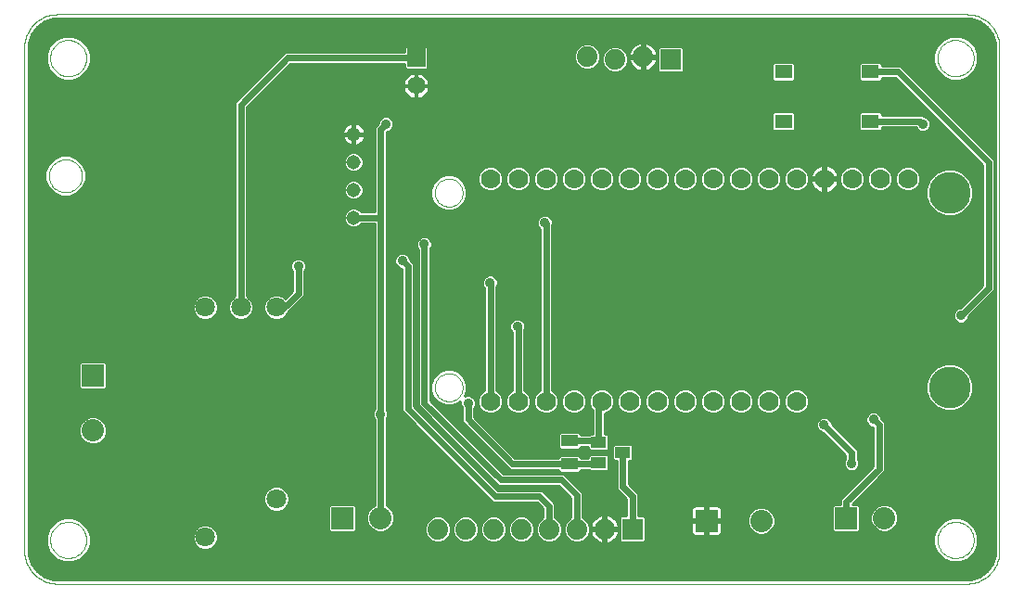
<source format=gtl>
G75*
G70*
%OFA0B0*%
%FSLAX24Y24*%
%IPPOS*%
%LPD*%
%AMOC8*
5,1,8,0,0,1.08239X$1,22.5*
%
%ADD10C,0.0000*%
%ADD11C,0.0709*%
%ADD12R,0.0800X0.0800*%
%ADD13C,0.0800*%
%ADD14C,0.1500*%
%ADD15C,0.0700*%
%ADD16C,0.0515*%
%ADD17R,0.0740X0.0740*%
%ADD18C,0.0740*%
%ADD19R,0.0551X0.0394*%
%ADD20R,0.0591X0.0433*%
%ADD21C,0.0650*%
%ADD22R,0.0650X0.0650*%
%ADD23R,0.0610X0.0512*%
%ADD24C,0.0100*%
%ADD25C,0.0356*%
%ADD26C,0.0240*%
D10*
X001331Y000150D02*
X034008Y000150D01*
X035189Y001331D02*
X035189Y019441D01*
X034008Y020622D02*
X001331Y020622D01*
X001075Y001725D02*
X001077Y001775D01*
X001083Y001825D01*
X001093Y001875D01*
X001106Y001923D01*
X001123Y001971D01*
X001144Y002017D01*
X001168Y002061D01*
X001196Y002103D01*
X001227Y002143D01*
X001261Y002180D01*
X001298Y002215D01*
X001337Y002246D01*
X001378Y002275D01*
X001422Y002300D01*
X001468Y002322D01*
X001515Y002340D01*
X001563Y002354D01*
X001612Y002365D01*
X001662Y002372D01*
X001712Y002375D01*
X001763Y002374D01*
X001813Y002369D01*
X001863Y002360D01*
X001911Y002348D01*
X001959Y002331D01*
X002005Y002311D01*
X002050Y002288D01*
X002093Y002261D01*
X002133Y002231D01*
X002171Y002198D01*
X002206Y002162D01*
X002239Y002123D01*
X002268Y002082D01*
X002294Y002039D01*
X002317Y001994D01*
X002336Y001947D01*
X002351Y001899D01*
X002363Y001850D01*
X002371Y001800D01*
X002375Y001750D01*
X002375Y001700D01*
X002371Y001650D01*
X002363Y001600D01*
X002351Y001551D01*
X002336Y001503D01*
X002317Y001456D01*
X002294Y001411D01*
X002268Y001368D01*
X002239Y001327D01*
X002206Y001288D01*
X002171Y001252D01*
X002133Y001219D01*
X002093Y001189D01*
X002050Y001162D01*
X002005Y001139D01*
X001959Y001119D01*
X001911Y001102D01*
X001863Y001090D01*
X001813Y001081D01*
X001763Y001076D01*
X001712Y001075D01*
X001662Y001078D01*
X001612Y001085D01*
X001563Y001096D01*
X001515Y001110D01*
X001468Y001128D01*
X001422Y001150D01*
X001378Y001175D01*
X001337Y001204D01*
X001298Y001235D01*
X001261Y001270D01*
X001227Y001307D01*
X001196Y001347D01*
X001168Y001389D01*
X001144Y001433D01*
X001123Y001479D01*
X001106Y001527D01*
X001093Y001575D01*
X001083Y001625D01*
X001077Y001675D01*
X001075Y001725D01*
X032965Y001725D02*
X032967Y001775D01*
X032973Y001825D01*
X032983Y001875D01*
X032996Y001923D01*
X033013Y001971D01*
X033034Y002017D01*
X033058Y002061D01*
X033086Y002103D01*
X033117Y002143D01*
X033151Y002180D01*
X033188Y002215D01*
X033227Y002246D01*
X033268Y002275D01*
X033312Y002300D01*
X033358Y002322D01*
X033405Y002340D01*
X033453Y002354D01*
X033502Y002365D01*
X033552Y002372D01*
X033602Y002375D01*
X033653Y002374D01*
X033703Y002369D01*
X033753Y002360D01*
X033801Y002348D01*
X033849Y002331D01*
X033895Y002311D01*
X033940Y002288D01*
X033983Y002261D01*
X034023Y002231D01*
X034061Y002198D01*
X034096Y002162D01*
X034129Y002123D01*
X034158Y002082D01*
X034184Y002039D01*
X034207Y001994D01*
X034226Y001947D01*
X034241Y001899D01*
X034253Y001850D01*
X034261Y001800D01*
X034265Y001750D01*
X034265Y001700D01*
X034261Y001650D01*
X034253Y001600D01*
X034241Y001551D01*
X034226Y001503D01*
X034207Y001456D01*
X034184Y001411D01*
X034158Y001368D01*
X034129Y001327D01*
X034096Y001288D01*
X034061Y001252D01*
X034023Y001219D01*
X033983Y001189D01*
X033940Y001162D01*
X033895Y001139D01*
X033849Y001119D01*
X033801Y001102D01*
X033753Y001090D01*
X033703Y001081D01*
X033653Y001076D01*
X033602Y001075D01*
X033552Y001078D01*
X033502Y001085D01*
X033453Y001096D01*
X033405Y001110D01*
X033358Y001128D01*
X033312Y001150D01*
X033268Y001175D01*
X033227Y001204D01*
X033188Y001235D01*
X033151Y001270D01*
X033117Y001307D01*
X033086Y001347D01*
X033058Y001389D01*
X033034Y001433D01*
X033013Y001479D01*
X032996Y001527D01*
X032983Y001575D01*
X032973Y001625D01*
X032967Y001675D01*
X032965Y001725D01*
X001075Y019048D02*
X001077Y019098D01*
X001083Y019148D01*
X001093Y019198D01*
X001106Y019246D01*
X001123Y019294D01*
X001144Y019340D01*
X001168Y019384D01*
X001196Y019426D01*
X001227Y019466D01*
X001261Y019503D01*
X001298Y019538D01*
X001337Y019569D01*
X001378Y019598D01*
X001422Y019623D01*
X001468Y019645D01*
X001515Y019663D01*
X001563Y019677D01*
X001612Y019688D01*
X001662Y019695D01*
X001712Y019698D01*
X001763Y019697D01*
X001813Y019692D01*
X001863Y019683D01*
X001911Y019671D01*
X001959Y019654D01*
X002005Y019634D01*
X002050Y019611D01*
X002093Y019584D01*
X002133Y019554D01*
X002171Y019521D01*
X002206Y019485D01*
X002239Y019446D01*
X002268Y019405D01*
X002294Y019362D01*
X002317Y019317D01*
X002336Y019270D01*
X002351Y019222D01*
X002363Y019173D01*
X002371Y019123D01*
X002375Y019073D01*
X002375Y019023D01*
X002371Y018973D01*
X002363Y018923D01*
X002351Y018874D01*
X002336Y018826D01*
X002317Y018779D01*
X002294Y018734D01*
X002268Y018691D01*
X002239Y018650D01*
X002206Y018611D01*
X002171Y018575D01*
X002133Y018542D01*
X002093Y018512D01*
X002050Y018485D01*
X002005Y018462D01*
X001959Y018442D01*
X001911Y018425D01*
X001863Y018413D01*
X001813Y018404D01*
X001763Y018399D01*
X001712Y018398D01*
X001662Y018401D01*
X001612Y018408D01*
X001563Y018419D01*
X001515Y018433D01*
X001468Y018451D01*
X001422Y018473D01*
X001378Y018498D01*
X001337Y018527D01*
X001298Y018558D01*
X001261Y018593D01*
X001227Y018630D01*
X001196Y018670D01*
X001168Y018712D01*
X001144Y018756D01*
X001123Y018802D01*
X001106Y018850D01*
X001093Y018898D01*
X001083Y018948D01*
X001077Y018998D01*
X001075Y019048D01*
X032965Y019048D02*
X032967Y019098D01*
X032973Y019148D01*
X032983Y019198D01*
X032996Y019246D01*
X033013Y019294D01*
X033034Y019340D01*
X033058Y019384D01*
X033086Y019426D01*
X033117Y019466D01*
X033151Y019503D01*
X033188Y019538D01*
X033227Y019569D01*
X033268Y019598D01*
X033312Y019623D01*
X033358Y019645D01*
X033405Y019663D01*
X033453Y019677D01*
X033502Y019688D01*
X033552Y019695D01*
X033602Y019698D01*
X033653Y019697D01*
X033703Y019692D01*
X033753Y019683D01*
X033801Y019671D01*
X033849Y019654D01*
X033895Y019634D01*
X033940Y019611D01*
X033983Y019584D01*
X034023Y019554D01*
X034061Y019521D01*
X034096Y019485D01*
X034129Y019446D01*
X034158Y019405D01*
X034184Y019362D01*
X034207Y019317D01*
X034226Y019270D01*
X034241Y019222D01*
X034253Y019173D01*
X034261Y019123D01*
X034265Y019073D01*
X034265Y019023D01*
X034261Y018973D01*
X034253Y018923D01*
X034241Y018874D01*
X034226Y018826D01*
X034207Y018779D01*
X034184Y018734D01*
X034158Y018691D01*
X034129Y018650D01*
X034096Y018611D01*
X034061Y018575D01*
X034023Y018542D01*
X033983Y018512D01*
X033940Y018485D01*
X033895Y018462D01*
X033849Y018442D01*
X033801Y018425D01*
X033753Y018413D01*
X033703Y018404D01*
X033653Y018399D01*
X033602Y018398D01*
X033552Y018401D01*
X033502Y018408D01*
X033453Y018419D01*
X033405Y018433D01*
X033358Y018451D01*
X033312Y018473D01*
X033268Y018498D01*
X033227Y018527D01*
X033188Y018558D01*
X033151Y018593D01*
X033117Y018630D01*
X033086Y018670D01*
X033058Y018712D01*
X033034Y018756D01*
X033013Y018802D01*
X032996Y018850D01*
X032983Y018898D01*
X032973Y018948D01*
X032967Y018998D01*
X032965Y019048D01*
X000150Y001331D02*
X000150Y019441D01*
X000152Y019507D01*
X000157Y019573D01*
X000167Y019639D01*
X000180Y019704D01*
X000196Y019768D01*
X000216Y019831D01*
X000240Y019893D01*
X000267Y019953D01*
X000297Y020012D01*
X000331Y020069D01*
X000368Y020124D01*
X000408Y020177D01*
X000450Y020228D01*
X000496Y020276D01*
X000544Y020322D01*
X000595Y020364D01*
X000648Y020404D01*
X000703Y020441D01*
X000760Y020475D01*
X000819Y020505D01*
X000879Y020532D01*
X000941Y020556D01*
X001004Y020576D01*
X001068Y020592D01*
X001133Y020605D01*
X001199Y020615D01*
X001265Y020620D01*
X001331Y020622D01*
X000150Y001331D02*
X000152Y001265D01*
X000157Y001199D01*
X000167Y001133D01*
X000180Y001068D01*
X000196Y001004D01*
X000216Y000941D01*
X000240Y000879D01*
X000267Y000819D01*
X000297Y000760D01*
X000331Y000703D01*
X000368Y000648D01*
X000408Y000595D01*
X000450Y000544D01*
X000496Y000496D01*
X000544Y000450D01*
X000595Y000408D01*
X000648Y000368D01*
X000703Y000331D01*
X000760Y000297D01*
X000819Y000267D01*
X000879Y000240D01*
X000941Y000216D01*
X001004Y000196D01*
X001068Y000180D01*
X001133Y000167D01*
X001199Y000157D01*
X001265Y000152D01*
X001331Y000150D01*
X034008Y000150D02*
X034074Y000152D01*
X034140Y000157D01*
X034206Y000167D01*
X034271Y000180D01*
X034335Y000196D01*
X034398Y000216D01*
X034460Y000240D01*
X034520Y000267D01*
X034579Y000297D01*
X034636Y000331D01*
X034691Y000368D01*
X034744Y000408D01*
X034795Y000450D01*
X034843Y000496D01*
X034889Y000544D01*
X034931Y000595D01*
X034971Y000648D01*
X035008Y000703D01*
X035042Y000760D01*
X035072Y000819D01*
X035099Y000879D01*
X035123Y000941D01*
X035143Y001004D01*
X035159Y001068D01*
X035172Y001133D01*
X035182Y001199D01*
X035187Y001265D01*
X035189Y001331D01*
X035189Y019441D02*
X035187Y019507D01*
X035182Y019573D01*
X035172Y019639D01*
X035159Y019704D01*
X035143Y019768D01*
X035123Y019831D01*
X035099Y019893D01*
X035072Y019953D01*
X035042Y020012D01*
X035008Y020069D01*
X034971Y020124D01*
X034931Y020177D01*
X034889Y020228D01*
X034843Y020276D01*
X034795Y020322D01*
X034744Y020364D01*
X034691Y020404D01*
X034636Y020441D01*
X034579Y020475D01*
X034520Y020505D01*
X034460Y020532D01*
X034398Y020556D01*
X034335Y020576D01*
X034271Y020592D01*
X034206Y020605D01*
X034140Y020615D01*
X034074Y020620D01*
X034008Y020622D01*
X014902Y007209D02*
X014904Y007253D01*
X014910Y007297D01*
X014920Y007340D01*
X014933Y007382D01*
X014950Y007423D01*
X014971Y007462D01*
X014995Y007499D01*
X015022Y007534D01*
X015052Y007566D01*
X015085Y007596D01*
X015121Y007622D01*
X015158Y007646D01*
X015198Y007665D01*
X015239Y007682D01*
X015282Y007694D01*
X015325Y007703D01*
X015369Y007708D01*
X015413Y007709D01*
X015457Y007706D01*
X015501Y007699D01*
X015544Y007688D01*
X015586Y007674D01*
X015626Y007656D01*
X015665Y007634D01*
X015701Y007610D01*
X015735Y007582D01*
X015767Y007551D01*
X015796Y007517D01*
X015822Y007481D01*
X015844Y007443D01*
X015863Y007403D01*
X015878Y007361D01*
X015890Y007319D01*
X015898Y007275D01*
X015902Y007231D01*
X015902Y007187D01*
X015898Y007143D01*
X015890Y007099D01*
X015878Y007057D01*
X015863Y007015D01*
X015844Y006975D01*
X015822Y006937D01*
X015796Y006901D01*
X015767Y006867D01*
X015735Y006836D01*
X015701Y006808D01*
X015665Y006784D01*
X015626Y006762D01*
X015586Y006744D01*
X015544Y006730D01*
X015501Y006719D01*
X015457Y006712D01*
X015413Y006709D01*
X015369Y006710D01*
X015325Y006715D01*
X015282Y006724D01*
X015239Y006736D01*
X015198Y006753D01*
X015158Y006772D01*
X015121Y006796D01*
X015085Y006822D01*
X015052Y006852D01*
X015022Y006884D01*
X014995Y006919D01*
X014971Y006956D01*
X014950Y006995D01*
X014933Y007036D01*
X014920Y007078D01*
X014910Y007121D01*
X014904Y007165D01*
X014902Y007209D01*
X014902Y014209D02*
X014904Y014253D01*
X014910Y014297D01*
X014920Y014340D01*
X014933Y014382D01*
X014950Y014423D01*
X014971Y014462D01*
X014995Y014499D01*
X015022Y014534D01*
X015052Y014566D01*
X015085Y014596D01*
X015121Y014622D01*
X015158Y014646D01*
X015198Y014665D01*
X015239Y014682D01*
X015282Y014694D01*
X015325Y014703D01*
X015369Y014708D01*
X015413Y014709D01*
X015457Y014706D01*
X015501Y014699D01*
X015544Y014688D01*
X015586Y014674D01*
X015626Y014656D01*
X015665Y014634D01*
X015701Y014610D01*
X015735Y014582D01*
X015767Y014551D01*
X015796Y014517D01*
X015822Y014481D01*
X015844Y014443D01*
X015863Y014403D01*
X015878Y014361D01*
X015890Y014319D01*
X015898Y014275D01*
X015902Y014231D01*
X015902Y014187D01*
X015898Y014143D01*
X015890Y014099D01*
X015878Y014057D01*
X015863Y014015D01*
X015844Y013975D01*
X015822Y013937D01*
X015796Y013901D01*
X015767Y013867D01*
X015735Y013836D01*
X015701Y013808D01*
X015665Y013784D01*
X015626Y013762D01*
X015586Y013744D01*
X015544Y013730D01*
X015501Y013719D01*
X015457Y013712D01*
X015413Y013709D01*
X015369Y013710D01*
X015325Y013715D01*
X015282Y013724D01*
X015239Y013736D01*
X015198Y013753D01*
X015158Y013772D01*
X015121Y013796D01*
X015085Y013822D01*
X015052Y013852D01*
X015022Y013884D01*
X014995Y013919D01*
X014971Y013956D01*
X014950Y013995D01*
X014933Y014036D01*
X014920Y014078D01*
X014910Y014121D01*
X014904Y014165D01*
X014902Y014209D01*
X001035Y014815D02*
X001037Y014863D01*
X001043Y014911D01*
X001053Y014958D01*
X001066Y015004D01*
X001084Y015049D01*
X001104Y015093D01*
X001129Y015135D01*
X001157Y015174D01*
X001187Y015211D01*
X001221Y015245D01*
X001258Y015277D01*
X001296Y015306D01*
X001337Y015331D01*
X001380Y015353D01*
X001425Y015371D01*
X001471Y015385D01*
X001518Y015396D01*
X001566Y015403D01*
X001614Y015406D01*
X001662Y015405D01*
X001710Y015400D01*
X001758Y015391D01*
X001804Y015379D01*
X001849Y015362D01*
X001893Y015342D01*
X001935Y015319D01*
X001975Y015292D01*
X002013Y015262D01*
X002048Y015229D01*
X002080Y015193D01*
X002110Y015155D01*
X002136Y015114D01*
X002158Y015071D01*
X002178Y015027D01*
X002193Y014982D01*
X002205Y014935D01*
X002213Y014887D01*
X002217Y014839D01*
X002217Y014791D01*
X002213Y014743D01*
X002205Y014695D01*
X002193Y014648D01*
X002178Y014603D01*
X002158Y014559D01*
X002136Y014516D01*
X002110Y014475D01*
X002080Y014437D01*
X002048Y014401D01*
X002013Y014368D01*
X001975Y014338D01*
X001935Y014311D01*
X001893Y014288D01*
X001849Y014268D01*
X001804Y014251D01*
X001758Y014239D01*
X001710Y014230D01*
X001662Y014225D01*
X001614Y014224D01*
X001566Y014227D01*
X001518Y014234D01*
X001471Y014245D01*
X001425Y014259D01*
X001380Y014277D01*
X001337Y014299D01*
X001296Y014324D01*
X001258Y014353D01*
X001221Y014385D01*
X001187Y014419D01*
X001157Y014456D01*
X001129Y014495D01*
X001104Y014537D01*
X001084Y014581D01*
X001066Y014626D01*
X001053Y014672D01*
X001043Y014719D01*
X001037Y014767D01*
X001035Y014815D01*
D11*
X009205Y010091D03*
X007926Y010091D03*
X006646Y010091D03*
X009205Y003201D03*
X006646Y001823D03*
D12*
X002611Y007630D03*
X024658Y002414D03*
X029678Y002512D03*
X011567Y002512D03*
D13*
X002611Y005662D03*
X026626Y002414D03*
X031056Y002512D03*
X012945Y002512D03*
D14*
X033402Y007209D03*
X033402Y014209D03*
D15*
X027902Y006709D03*
X026902Y006709D03*
X025902Y006709D03*
X024902Y006709D03*
X023902Y006709D03*
X022902Y006709D03*
X021902Y006709D03*
X020902Y006709D03*
X019902Y006709D03*
X018902Y006709D03*
X017902Y006709D03*
X016902Y006709D03*
X027902Y014709D03*
X026902Y014709D03*
X025902Y014709D03*
X024902Y014709D03*
X023902Y014709D03*
X022902Y014709D03*
X021902Y014709D03*
X020902Y014709D03*
X019902Y014709D03*
X018902Y014709D03*
X017902Y014709D03*
X016902Y014709D03*
X028902Y014709D03*
X029902Y014709D03*
X030902Y014709D03*
X031902Y014709D03*
D16*
X011985Y013315D03*
X011985Y014315D03*
X011985Y015315D03*
X011985Y016315D03*
D17*
X022000Y002119D03*
X023378Y018998D03*
D18*
X021000Y002119D03*
X020000Y002119D03*
X019000Y002119D03*
X018000Y002119D03*
X017000Y002119D03*
X016000Y002119D03*
X015000Y002119D03*
X022378Y019098D03*
X021378Y018998D03*
X020378Y019098D03*
D19*
X021646Y004874D03*
X020780Y004500D03*
X020780Y005248D03*
D20*
X019737Y005288D03*
X019737Y004461D03*
D21*
X014225Y018056D03*
D22*
X014225Y019056D03*
D23*
X027424Y016784D03*
X030554Y016784D03*
X027424Y018556D03*
X030554Y018556D03*
D24*
X034927Y019909D02*
X035027Y019603D01*
X035039Y019441D01*
X035039Y001331D01*
X035027Y001170D01*
X034927Y000863D01*
X034737Y000602D01*
X034476Y000412D01*
X034170Y000313D01*
X034008Y000300D01*
X001331Y000300D01*
X001170Y000313D01*
X000863Y000412D01*
X000602Y000602D01*
X000412Y000863D01*
X000313Y001170D01*
X000300Y001331D01*
X000300Y019441D01*
X000313Y019603D01*
X000412Y019909D01*
X000602Y020170D01*
X000863Y020360D01*
X001170Y020460D01*
X001331Y020472D01*
X034008Y020472D01*
X034170Y020460D01*
X034476Y020360D01*
X034476Y020360D01*
X034737Y020170D01*
X034927Y019909D01*
X019129Y013087D02*
X019129Y013197D01*
X019087Y013300D01*
X019008Y013378D01*
X018906Y013420D01*
X018795Y013420D01*
X018693Y013378D01*
X018615Y013300D01*
X018573Y013197D01*
X018573Y013087D01*
X018615Y012985D01*
X018682Y012918D01*
X018682Y007105D01*
X018647Y007091D01*
X018520Y006964D01*
X018452Y006799D01*
X018452Y006620D01*
X018520Y006454D01*
X018647Y006328D01*
X018812Y006259D01*
X018991Y006259D01*
X019157Y006328D01*
X019283Y006454D01*
X019352Y006620D01*
X019352Y006799D01*
X019283Y006964D01*
X019157Y007091D01*
X019122Y007105D01*
X019122Y013070D01*
X019129Y013087D01*
X012067Y002071D02*
X012067Y002954D01*
X012009Y003012D01*
X011126Y003012D01*
X011067Y002954D01*
X011067Y002071D01*
X011126Y002012D01*
X012009Y002012D01*
X012067Y002071D01*
X020848Y019004D02*
X020848Y019191D01*
X020777Y019364D01*
X020645Y019496D01*
X020472Y019568D01*
X020285Y019568D01*
X020112Y019496D01*
X019980Y019364D01*
X019908Y019191D01*
X019908Y019004D01*
X019980Y018831D01*
X020112Y018699D01*
X020285Y018628D01*
X020472Y018628D01*
X020645Y018699D01*
X020777Y018831D01*
X020848Y019004D01*
X021848Y018904D02*
X021848Y019091D01*
X021777Y019264D01*
X021645Y019396D01*
X021472Y019468D01*
X021285Y019468D01*
X021112Y019396D01*
X020980Y019264D01*
X020908Y019091D01*
X020908Y018904D01*
X020980Y018731D01*
X021112Y018599D01*
X021285Y018528D01*
X021472Y018528D01*
X021645Y018599D01*
X021777Y018731D01*
X021848Y018904D01*
X024708Y002964D02*
X024708Y002464D01*
X024608Y002464D01*
X024608Y002964D01*
X024238Y002964D01*
X024200Y002954D01*
X024166Y002934D01*
X024138Y002906D01*
X024118Y002872D01*
X024108Y002834D01*
X024108Y002464D01*
X024608Y002464D01*
X024608Y002364D01*
X024108Y002364D01*
X024108Y001994D01*
X024118Y001956D01*
X024138Y001922D01*
X024166Y001894D01*
X024200Y001874D01*
X024238Y001864D01*
X024608Y001864D01*
X024608Y002364D01*
X024708Y002364D01*
X024708Y001864D01*
X025078Y001864D01*
X025116Y001874D01*
X025150Y001894D01*
X025178Y001922D01*
X025198Y001956D01*
X025208Y001994D01*
X025208Y002364D01*
X024708Y002364D01*
X024708Y002464D01*
X025208Y002464D01*
X025208Y002834D01*
X025198Y002872D01*
X025178Y002906D01*
X025150Y002934D01*
X025116Y002954D01*
X025078Y002964D01*
X024708Y002964D01*
X030900Y018911D02*
X030207Y018911D01*
X030148Y018853D01*
X030148Y018258D01*
X030207Y018200D01*
X030900Y018200D01*
X030959Y018258D01*
X030959Y018336D01*
X031457Y018336D01*
X034576Y015216D01*
X034576Y010871D01*
X033778Y010074D01*
X033756Y010074D01*
X033654Y010031D01*
X033576Y009953D01*
X033533Y009851D01*
X033533Y009740D01*
X033576Y009638D01*
X033654Y009560D01*
X033756Y009518D01*
X033867Y009518D01*
X033969Y009560D01*
X034047Y009638D01*
X034090Y009740D01*
X034090Y009763D01*
X035016Y010689D01*
X035016Y015399D01*
X034887Y015527D01*
X031639Y018776D01*
X030959Y018776D01*
X030959Y018853D01*
X030900Y018911D01*
X027770Y018911D02*
X027077Y018911D01*
X027019Y018853D01*
X027019Y018258D01*
X027077Y018200D01*
X027770Y018200D01*
X027829Y018258D01*
X027829Y018853D01*
X027770Y018911D01*
X030900Y017140D02*
X030207Y017140D01*
X030148Y017081D01*
X030148Y016487D01*
X030207Y016428D01*
X030900Y016428D01*
X030959Y016487D01*
X030959Y016564D01*
X032183Y016564D01*
X032198Y016528D01*
X032276Y016450D01*
X032378Y016407D01*
X032489Y016407D01*
X032591Y016450D01*
X032669Y016528D01*
X032712Y016630D01*
X032712Y016741D01*
X032669Y016843D01*
X032591Y016921D01*
X032489Y016964D01*
X032466Y016964D01*
X032426Y017004D01*
X030959Y017004D01*
X030959Y017081D01*
X030900Y017140D01*
X027770Y017140D02*
X027077Y017140D01*
X027019Y017081D01*
X027019Y016487D01*
X027077Y016428D01*
X027770Y016428D01*
X027829Y016487D01*
X027829Y017081D01*
X027770Y017140D01*
X020879Y001611D02*
X020950Y001600D01*
X020950Y002068D01*
X021050Y002068D01*
X021050Y001600D01*
X021122Y001611D01*
X021200Y001637D01*
X021273Y001674D01*
X021339Y001722D01*
X021397Y001780D01*
X021445Y001846D01*
X021482Y001919D01*
X021508Y001997D01*
X021519Y002069D01*
X021050Y002069D01*
X021050Y002169D01*
X021519Y002169D01*
X021508Y002240D01*
X021482Y002318D01*
X021445Y002391D01*
X021397Y002457D01*
X021339Y002515D01*
X021273Y002563D01*
X021200Y002600D01*
X021122Y002626D01*
X021050Y002637D01*
X021050Y002169D01*
X020950Y002169D01*
X020950Y002637D01*
X020879Y002626D01*
X020801Y002600D01*
X020728Y002563D01*
X020662Y002515D01*
X020604Y002457D01*
X020556Y002391D01*
X020518Y002318D01*
X020493Y002240D01*
X020482Y002169D01*
X020950Y002169D01*
X020950Y002069D01*
X020482Y002069D01*
X020493Y001997D01*
X020518Y001919D01*
X020556Y001846D01*
X020604Y001780D01*
X020662Y001722D01*
X020728Y001674D01*
X020801Y001637D01*
X020879Y001611D01*
X002367Y014668D02*
X002367Y014963D01*
X002254Y015235D01*
X002046Y015443D01*
X001774Y015556D01*
X001479Y015556D01*
X001207Y015443D01*
X000999Y015235D01*
X000886Y014963D01*
X000886Y014668D01*
X000999Y014396D01*
X001207Y014188D01*
X001479Y014075D01*
X001774Y014075D01*
X002046Y014188D01*
X002254Y014396D01*
X002367Y014668D01*
X028950Y015208D02*
X028950Y014757D01*
X028854Y014757D01*
X028854Y015208D01*
X028785Y015197D01*
X028710Y015172D01*
X028640Y015137D01*
X028576Y015090D01*
X028521Y015035D01*
X028474Y014971D01*
X028439Y014901D01*
X028414Y014826D01*
X028403Y014757D01*
X028854Y014757D01*
X028854Y014661D01*
X028403Y014661D01*
X028414Y014592D01*
X028439Y014517D01*
X028474Y014447D01*
X028521Y014383D01*
X028576Y014328D01*
X028640Y014281D01*
X028710Y014246D01*
X028785Y014221D01*
X028854Y014210D01*
X028854Y014661D01*
X028950Y014661D01*
X028950Y014210D01*
X029019Y014221D01*
X029094Y014246D01*
X029164Y014281D01*
X029228Y014328D01*
X029283Y014383D01*
X029330Y014447D01*
X029365Y014517D01*
X029390Y014592D01*
X029401Y014661D01*
X028950Y014661D01*
X028950Y014757D01*
X029401Y014757D01*
X029390Y014826D01*
X029365Y014901D01*
X029330Y014971D01*
X029283Y015035D01*
X029228Y015090D01*
X029164Y015137D01*
X029094Y015172D01*
X029019Y015197D01*
X028950Y015208D01*
X017352Y014620D02*
X017352Y014799D01*
X017283Y014964D01*
X017157Y015091D01*
X016991Y015159D01*
X016812Y015159D01*
X016647Y015091D01*
X016520Y014964D01*
X016452Y014799D01*
X016452Y014620D01*
X016520Y014454D01*
X016647Y014328D01*
X016812Y014259D01*
X016991Y014259D01*
X017157Y014328D01*
X017283Y014454D01*
X017352Y014620D01*
X018352Y014620D02*
X018352Y014799D01*
X018283Y014964D01*
X018157Y015091D01*
X017991Y015159D01*
X017812Y015159D01*
X017647Y015091D01*
X017520Y014964D01*
X017452Y014799D01*
X017452Y014620D01*
X017520Y014454D01*
X017647Y014328D01*
X017812Y014259D01*
X017991Y014259D01*
X018157Y014328D01*
X018283Y014454D01*
X018352Y014620D01*
X019352Y014620D02*
X019352Y014799D01*
X019283Y014964D01*
X019157Y015091D01*
X018991Y015159D01*
X018812Y015159D01*
X018647Y015091D01*
X018520Y014964D01*
X018452Y014799D01*
X018452Y014620D01*
X018520Y014454D01*
X018647Y014328D01*
X018812Y014259D01*
X018991Y014259D01*
X019157Y014328D01*
X019283Y014454D01*
X019352Y014620D01*
X020352Y014620D02*
X020352Y014799D01*
X020283Y014964D01*
X020157Y015091D01*
X019991Y015159D01*
X019812Y015159D01*
X019647Y015091D01*
X019520Y014964D01*
X019452Y014799D01*
X019452Y014620D01*
X019520Y014454D01*
X019647Y014328D01*
X019812Y014259D01*
X019991Y014259D01*
X020157Y014328D01*
X020283Y014454D01*
X020352Y014620D01*
X021352Y014620D02*
X021352Y014799D01*
X021283Y014964D01*
X021157Y015091D01*
X020991Y015159D01*
X020812Y015159D01*
X020647Y015091D01*
X020520Y014964D01*
X020452Y014799D01*
X020452Y014620D01*
X020520Y014454D01*
X020647Y014328D01*
X020812Y014259D01*
X020991Y014259D01*
X021157Y014328D01*
X021283Y014454D01*
X021352Y014620D01*
X022352Y014620D02*
X022352Y014799D01*
X022283Y014964D01*
X022157Y015091D01*
X021991Y015159D01*
X021812Y015159D01*
X021647Y015091D01*
X021520Y014964D01*
X021452Y014799D01*
X021452Y014620D01*
X021520Y014454D01*
X021647Y014328D01*
X021812Y014259D01*
X021991Y014259D01*
X022157Y014328D01*
X022283Y014454D01*
X022352Y014620D01*
X023352Y014620D02*
X023352Y014799D01*
X023283Y014964D01*
X023157Y015091D01*
X022991Y015159D01*
X022812Y015159D01*
X022647Y015091D01*
X022520Y014964D01*
X022452Y014799D01*
X022452Y014620D01*
X022520Y014454D01*
X022647Y014328D01*
X022812Y014259D01*
X022991Y014259D01*
X023157Y014328D01*
X023283Y014454D01*
X023352Y014620D01*
X024352Y014620D02*
X024352Y014799D01*
X024283Y014964D01*
X024157Y015091D01*
X023991Y015159D01*
X023812Y015159D01*
X023647Y015091D01*
X023520Y014964D01*
X023452Y014799D01*
X023452Y014620D01*
X023520Y014454D01*
X023647Y014328D01*
X023812Y014259D01*
X023991Y014259D01*
X024157Y014328D01*
X024283Y014454D01*
X024352Y014620D01*
X025352Y014620D02*
X025352Y014799D01*
X025283Y014964D01*
X025157Y015091D01*
X024991Y015159D01*
X024812Y015159D01*
X024647Y015091D01*
X024520Y014964D01*
X024452Y014799D01*
X024452Y014620D01*
X024520Y014454D01*
X024647Y014328D01*
X024812Y014259D01*
X024991Y014259D01*
X025157Y014328D01*
X025283Y014454D01*
X025352Y014620D01*
X026352Y014620D02*
X026352Y014799D01*
X026283Y014964D01*
X026157Y015091D01*
X025991Y015159D01*
X025812Y015159D01*
X025647Y015091D01*
X025520Y014964D01*
X025452Y014799D01*
X025452Y014620D01*
X025520Y014454D01*
X025647Y014328D01*
X025812Y014259D01*
X025991Y014259D01*
X026157Y014328D01*
X026283Y014454D01*
X026352Y014620D01*
X027352Y014620D02*
X027352Y014799D01*
X027283Y014964D01*
X027157Y015091D01*
X026991Y015159D01*
X026812Y015159D01*
X026647Y015091D01*
X026520Y014964D01*
X026452Y014799D01*
X026452Y014620D01*
X026520Y014454D01*
X026647Y014328D01*
X026812Y014259D01*
X026991Y014259D01*
X027157Y014328D01*
X027283Y014454D01*
X027352Y014620D01*
X028352Y014620D02*
X028352Y014799D01*
X028283Y014964D01*
X028157Y015091D01*
X027991Y015159D01*
X027812Y015159D01*
X027647Y015091D01*
X027520Y014964D01*
X027452Y014799D01*
X027452Y014620D01*
X027520Y014454D01*
X027647Y014328D01*
X027812Y014259D01*
X027991Y014259D01*
X028157Y014328D01*
X028283Y014454D01*
X028352Y014620D01*
X017352Y006620D02*
X017352Y006799D01*
X017283Y006964D01*
X017157Y007091D01*
X017122Y007105D01*
X017122Y010829D01*
X017160Y010921D01*
X017160Y011032D01*
X017118Y011134D01*
X017040Y011213D01*
X016938Y011255D01*
X016827Y011255D01*
X016725Y011213D01*
X016647Y011134D01*
X016604Y011032D01*
X016604Y010921D01*
X016647Y010819D01*
X016682Y010784D01*
X016682Y007105D01*
X016647Y007091D01*
X016520Y006964D01*
X016452Y006799D01*
X016452Y006620D01*
X016520Y006454D01*
X016647Y006328D01*
X016812Y006259D01*
X016991Y006259D01*
X017157Y006328D01*
X017283Y006454D01*
X017352Y006620D01*
X018352Y006620D02*
X018352Y006799D01*
X018283Y006964D01*
X018157Y007091D01*
X018122Y007105D01*
X018122Y009292D01*
X018145Y009347D01*
X018145Y009457D01*
X018102Y009560D01*
X018024Y009638D01*
X017922Y009680D01*
X017811Y009680D01*
X017709Y009638D01*
X017631Y009560D01*
X017588Y009457D01*
X017588Y009347D01*
X017631Y009244D01*
X017682Y009193D01*
X017682Y007105D01*
X017647Y007091D01*
X017520Y006964D01*
X017452Y006799D01*
X017452Y006620D01*
X017520Y006454D01*
X017647Y006328D01*
X017812Y006259D01*
X017991Y006259D01*
X018157Y006328D01*
X018283Y006454D01*
X018352Y006620D01*
X020352Y006620D02*
X020352Y006799D01*
X020283Y006964D01*
X020157Y007091D01*
X019991Y007159D01*
X019812Y007159D01*
X019647Y007091D01*
X019520Y006964D01*
X019452Y006799D01*
X019452Y006620D01*
X019520Y006454D01*
X019647Y006328D01*
X019812Y006259D01*
X019991Y006259D01*
X020157Y006328D01*
X020283Y006454D01*
X020352Y006620D01*
X021352Y006620D02*
X021352Y006799D01*
X021283Y006964D01*
X021157Y007091D01*
X020991Y007159D01*
X020812Y007159D01*
X020647Y007091D01*
X020520Y006964D01*
X020452Y006799D01*
X020452Y006620D01*
X020520Y006454D01*
X020560Y006415D01*
X020560Y005545D01*
X020463Y005545D01*
X020425Y005508D01*
X020132Y005508D01*
X020132Y005546D01*
X020073Y005604D01*
X019400Y005604D01*
X019341Y005546D01*
X019341Y005030D01*
X019400Y004971D01*
X020073Y004971D01*
X020132Y005030D01*
X020132Y005068D01*
X020404Y005068D01*
X020404Y005010D01*
X020463Y004952D01*
X021097Y004952D01*
X021156Y005010D01*
X021156Y005487D01*
X021097Y005545D01*
X021000Y005545D01*
X021000Y006263D01*
X021157Y006328D01*
X021283Y006454D01*
X021352Y006620D01*
X022352Y006620D02*
X022352Y006799D01*
X022283Y006964D01*
X022157Y007091D01*
X021991Y007159D01*
X021812Y007159D01*
X021647Y007091D01*
X021520Y006964D01*
X021452Y006799D01*
X021452Y006620D01*
X021520Y006454D01*
X021647Y006328D01*
X021812Y006259D01*
X021991Y006259D01*
X022157Y006328D01*
X022283Y006454D01*
X022352Y006620D01*
X023352Y006620D02*
X023352Y006799D01*
X023283Y006964D01*
X023157Y007091D01*
X022991Y007159D01*
X022812Y007159D01*
X022647Y007091D01*
X022520Y006964D01*
X022452Y006799D01*
X022452Y006620D01*
X022520Y006454D01*
X022647Y006328D01*
X022812Y006259D01*
X022991Y006259D01*
X023157Y006328D01*
X023283Y006454D01*
X023352Y006620D01*
X024352Y006620D02*
X024352Y006799D01*
X024283Y006964D01*
X024157Y007091D01*
X023991Y007159D01*
X023812Y007159D01*
X023647Y007091D01*
X023520Y006964D01*
X023452Y006799D01*
X023452Y006620D01*
X023520Y006454D01*
X023647Y006328D01*
X023812Y006259D01*
X023991Y006259D01*
X024157Y006328D01*
X024283Y006454D01*
X024352Y006620D01*
X025352Y006620D02*
X025352Y006799D01*
X025283Y006964D01*
X025157Y007091D01*
X024991Y007159D01*
X024812Y007159D01*
X024647Y007091D01*
X024520Y006964D01*
X024452Y006799D01*
X024452Y006620D01*
X024520Y006454D01*
X024647Y006328D01*
X024812Y006259D01*
X024991Y006259D01*
X025157Y006328D01*
X025283Y006454D01*
X025352Y006620D01*
X026352Y006620D02*
X026352Y006799D01*
X026283Y006964D01*
X026157Y007091D01*
X025991Y007159D01*
X025812Y007159D01*
X025647Y007091D01*
X025520Y006964D01*
X025452Y006799D01*
X025452Y006620D01*
X025520Y006454D01*
X025647Y006328D01*
X025812Y006259D01*
X025991Y006259D01*
X026157Y006328D01*
X026283Y006454D01*
X026352Y006620D01*
X027352Y006620D02*
X027352Y006799D01*
X027283Y006964D01*
X027157Y007091D01*
X026991Y007159D01*
X026812Y007159D01*
X026647Y007091D01*
X026520Y006964D01*
X026452Y006799D01*
X026452Y006620D01*
X026520Y006454D01*
X026647Y006328D01*
X026812Y006259D01*
X026991Y006259D01*
X027157Y006328D01*
X027283Y006454D01*
X027352Y006620D01*
X028352Y006620D02*
X028352Y006799D01*
X028283Y006964D01*
X028157Y007091D01*
X027991Y007159D01*
X027812Y007159D01*
X027647Y007091D01*
X027520Y006964D01*
X027452Y006799D01*
X027452Y006620D01*
X027520Y006454D01*
X027647Y006328D01*
X027812Y006259D01*
X027991Y006259D01*
X028157Y006328D01*
X028283Y006454D01*
X028352Y006620D01*
X034252Y014040D02*
X034252Y014378D01*
X034123Y014691D01*
X033883Y014930D01*
X033571Y015059D01*
X033233Y015059D01*
X032920Y014930D01*
X032681Y014691D01*
X032552Y014378D01*
X032552Y014040D01*
X032681Y013728D01*
X032920Y013488D01*
X033233Y013359D01*
X033571Y013359D01*
X033883Y013488D01*
X034123Y013728D01*
X034252Y014040D01*
X034252Y007040D02*
X034252Y007378D01*
X034123Y007691D01*
X033883Y007930D01*
X033571Y008059D01*
X033233Y008059D01*
X032920Y007930D01*
X032681Y007691D01*
X032552Y007378D01*
X032552Y007040D01*
X032681Y006728D01*
X032920Y006488D01*
X033233Y006359D01*
X033571Y006359D01*
X033883Y006488D01*
X034123Y006728D01*
X034252Y007040D01*
X016052Y014080D02*
X016052Y014338D01*
X015953Y014577D01*
X015770Y014760D01*
X015531Y014859D01*
X015273Y014859D01*
X015034Y014760D01*
X014851Y014577D01*
X014752Y014338D01*
X014752Y014080D01*
X014851Y013841D01*
X015034Y013658D01*
X015273Y013559D01*
X015531Y013559D01*
X015770Y013658D01*
X015953Y013841D01*
X016052Y014080D01*
X003111Y005562D02*
X003111Y005761D01*
X003035Y005945D01*
X002894Y006086D01*
X002710Y006162D01*
X002511Y006162D01*
X002327Y006086D01*
X002187Y005945D01*
X002111Y005761D01*
X002111Y005562D01*
X002187Y005379D01*
X002327Y005238D01*
X002511Y005162D01*
X002710Y005162D01*
X002894Y005238D01*
X003035Y005379D01*
X003111Y005562D01*
X002169Y007130D02*
X003052Y007130D01*
X003111Y007189D01*
X003111Y008072D01*
X003052Y008130D01*
X002169Y008130D01*
X002111Y008072D01*
X002111Y007189D01*
X002169Y007130D01*
X007100Y001733D02*
X007100Y001914D01*
X007031Y002081D01*
X006903Y002208D01*
X006736Y002278D01*
X006556Y002278D01*
X006389Y002208D01*
X006261Y002081D01*
X006192Y001914D01*
X006192Y001733D01*
X006261Y001566D01*
X006389Y001438D01*
X006556Y001369D01*
X006736Y001369D01*
X006903Y001438D01*
X007031Y001566D01*
X007100Y001733D01*
X009659Y003111D02*
X009659Y003292D01*
X009590Y003459D01*
X009462Y003586D01*
X009295Y003656D01*
X009115Y003656D01*
X008948Y003586D01*
X008820Y003459D01*
X008751Y003292D01*
X008751Y003111D01*
X008820Y002944D01*
X008948Y002816D01*
X009115Y002747D01*
X009295Y002747D01*
X009462Y002816D01*
X009590Y002944D01*
X009659Y003111D01*
X007100Y010001D02*
X007100Y010181D01*
X007031Y010348D01*
X006903Y010476D01*
X006736Y010545D01*
X006556Y010545D01*
X006389Y010476D01*
X006261Y010348D01*
X006192Y010181D01*
X006192Y010001D01*
X006261Y009834D01*
X006389Y009706D01*
X006556Y009637D01*
X006736Y009637D01*
X006903Y009706D01*
X007031Y009834D01*
X007100Y010001D01*
X008380Y010001D02*
X008380Y010181D01*
X008311Y010348D01*
X008183Y010476D01*
X008146Y010492D01*
X008146Y017283D01*
X009698Y018836D01*
X013800Y018836D01*
X013800Y018689D01*
X013858Y018631D01*
X014591Y018631D01*
X014650Y018689D01*
X014650Y019422D01*
X014591Y019481D01*
X013858Y019481D01*
X013800Y019422D01*
X013800Y019276D01*
X009516Y019276D01*
X007834Y017594D01*
X007706Y017466D01*
X007706Y010492D01*
X007668Y010476D01*
X007540Y010348D01*
X007471Y010181D01*
X007471Y010001D01*
X007540Y009834D01*
X007668Y009706D01*
X007835Y009637D01*
X008016Y009637D01*
X008183Y009706D01*
X008311Y009834D01*
X008380Y010001D01*
X009462Y010476D02*
X009295Y010545D01*
X009115Y010545D01*
X008948Y010476D01*
X008820Y010348D01*
X008751Y010181D01*
X008751Y010001D01*
X008820Y009834D01*
X008948Y009706D01*
X009115Y009637D01*
X009295Y009637D01*
X009462Y009706D01*
X009590Y009834D01*
X009616Y009895D01*
X010213Y010492D01*
X010213Y011394D01*
X010228Y011410D01*
X010271Y011512D01*
X010271Y011623D01*
X010228Y011725D01*
X010150Y011803D01*
X010048Y011845D01*
X009937Y011845D01*
X009835Y011803D01*
X009757Y011725D01*
X009714Y011623D01*
X009714Y011512D01*
X009757Y011410D01*
X009773Y011394D01*
X009773Y010674D01*
X009518Y010420D01*
X009462Y010476D01*
X002524Y001566D02*
X002524Y001884D01*
X002403Y002178D01*
X002178Y002403D01*
X001884Y002524D01*
X001566Y002524D01*
X001272Y002403D01*
X001047Y002178D01*
X000925Y001884D01*
X000925Y001566D01*
X001047Y001272D01*
X001272Y001047D01*
X001566Y000925D01*
X001884Y000925D01*
X002178Y001047D01*
X002403Y001272D01*
X002524Y001566D01*
X034414Y001566D02*
X034414Y001884D01*
X034292Y002178D01*
X034068Y002403D01*
X033774Y002524D01*
X033456Y002524D01*
X033162Y002403D01*
X032937Y002178D01*
X032815Y001884D01*
X032815Y001566D01*
X032937Y001272D01*
X033162Y001047D01*
X033456Y000925D01*
X033774Y000925D01*
X034068Y001047D01*
X034292Y001272D01*
X034414Y001566D01*
X002524Y018889D02*
X002524Y019207D01*
X002403Y019501D01*
X002178Y019726D01*
X001884Y019847D01*
X001566Y019847D01*
X001272Y019726D01*
X001047Y019501D01*
X000925Y019207D01*
X000925Y018889D01*
X001047Y018595D01*
X001272Y018370D01*
X001566Y018248D01*
X001884Y018248D01*
X002178Y018370D01*
X002403Y018595D01*
X002524Y018889D01*
X034414Y018889D02*
X034414Y019207D01*
X034292Y019501D01*
X034068Y019726D01*
X033774Y019847D01*
X033456Y019847D01*
X033162Y019726D01*
X032937Y019501D01*
X032815Y019207D01*
X032815Y018889D01*
X032937Y018595D01*
X033162Y018370D01*
X033456Y018248D01*
X033774Y018248D01*
X034068Y018370D01*
X034292Y018595D01*
X034414Y018889D01*
X030352Y014620D02*
X030352Y014799D01*
X030283Y014964D01*
X030157Y015091D01*
X029991Y015159D01*
X029812Y015159D01*
X029647Y015091D01*
X029520Y014964D01*
X029452Y014799D01*
X029452Y014620D01*
X029520Y014454D01*
X029647Y014328D01*
X029812Y014259D01*
X029991Y014259D01*
X030157Y014328D01*
X030283Y014454D01*
X030352Y014620D01*
X031352Y014620D02*
X031352Y014799D01*
X031283Y014964D01*
X031157Y015091D01*
X030991Y015159D01*
X030812Y015159D01*
X030647Y015091D01*
X030520Y014964D01*
X030452Y014799D01*
X030452Y014620D01*
X030520Y014454D01*
X030647Y014328D01*
X030812Y014259D01*
X030991Y014259D01*
X031157Y014328D01*
X031283Y014454D01*
X031352Y014620D01*
X032352Y014620D02*
X032352Y014799D01*
X032283Y014964D01*
X032157Y015091D01*
X031991Y015159D01*
X031812Y015159D01*
X031647Y015091D01*
X031520Y014964D01*
X031452Y014799D01*
X031452Y014620D01*
X031520Y014454D01*
X031647Y014328D01*
X031812Y014259D01*
X031991Y014259D01*
X032157Y014328D01*
X032283Y014454D01*
X032352Y014620D01*
X012187Y013618D02*
X012056Y013673D01*
X011914Y013673D01*
X011782Y013618D01*
X011682Y013518D01*
X011627Y013386D01*
X011627Y013244D01*
X011682Y013113D01*
X011782Y013012D01*
X011914Y012958D01*
X012056Y012958D01*
X012187Y013012D01*
X012270Y013095D01*
X012725Y013095D01*
X012725Y006426D01*
X012710Y006410D01*
X012667Y006308D01*
X012667Y006197D01*
X012710Y006095D01*
X012725Y006079D01*
X012725Y002962D01*
X012662Y002936D01*
X012521Y002795D01*
X012445Y002612D01*
X012445Y002413D01*
X012521Y002229D01*
X012662Y002088D01*
X012846Y002012D01*
X013045Y002012D01*
X013229Y002088D01*
X013369Y002229D01*
X013445Y002413D01*
X013445Y002612D01*
X013369Y002795D01*
X013229Y002936D01*
X013165Y002962D01*
X013165Y006079D01*
X013181Y006095D01*
X013223Y006197D01*
X013223Y006308D01*
X013181Y006410D01*
X013165Y006426D01*
X013165Y016397D01*
X013175Y016407D01*
X013197Y016407D01*
X013300Y016450D01*
X013378Y016528D01*
X013420Y016630D01*
X013420Y016741D01*
X013378Y016843D01*
X013300Y016921D01*
X013197Y016964D01*
X013087Y016964D01*
X012985Y016921D01*
X012906Y016843D01*
X012864Y016741D01*
X012864Y016718D01*
X012725Y016580D01*
X012725Y013535D01*
X012270Y013535D01*
X012187Y013618D01*
X012342Y014244D02*
X012342Y014386D01*
X012288Y014518D01*
X012187Y014618D01*
X012056Y014673D01*
X011914Y014673D01*
X011782Y014618D01*
X011682Y014518D01*
X011627Y014386D01*
X011627Y014244D01*
X011682Y014113D01*
X011782Y014012D01*
X011914Y013958D01*
X012056Y013958D01*
X012187Y014012D01*
X012288Y014113D01*
X012342Y014244D01*
X012342Y015244D02*
X012342Y015386D01*
X012288Y015518D01*
X012187Y015618D01*
X012056Y015673D01*
X011914Y015673D01*
X011782Y015618D01*
X011682Y015518D01*
X011627Y015386D01*
X011627Y015244D01*
X011682Y015113D01*
X011782Y015012D01*
X011914Y014958D01*
X012056Y014958D01*
X012187Y015012D01*
X012288Y015113D01*
X012342Y015244D01*
X011953Y015908D02*
X011956Y015908D01*
X011956Y016287D01*
X012013Y016287D01*
X012013Y015908D01*
X012017Y015908D01*
X012080Y015918D01*
X012141Y015938D01*
X012198Y015967D01*
X012250Y016005D01*
X012295Y016050D01*
X012333Y016102D01*
X012362Y016159D01*
X012382Y016220D01*
X012392Y016283D01*
X012392Y016287D01*
X012013Y016287D01*
X012013Y016344D01*
X012392Y016344D01*
X012392Y016347D01*
X012382Y016411D01*
X012362Y016472D01*
X012333Y016529D01*
X012295Y016581D01*
X012250Y016626D01*
X012198Y016664D01*
X012141Y016693D01*
X012080Y016713D01*
X012017Y016723D01*
X012013Y016723D01*
X012013Y016344D01*
X011956Y016344D01*
X011956Y016723D01*
X011953Y016723D01*
X011889Y016713D01*
X011828Y016693D01*
X011771Y016664D01*
X011719Y016626D01*
X011674Y016581D01*
X011636Y016529D01*
X011607Y016472D01*
X011587Y016411D01*
X011577Y016347D01*
X011577Y016344D01*
X011956Y016344D01*
X011956Y016287D01*
X011577Y016287D01*
X011577Y016283D01*
X011587Y016220D01*
X011607Y016159D01*
X011636Y016102D01*
X011674Y016050D01*
X011719Y016005D01*
X011771Y015967D01*
X011828Y015938D01*
X011889Y015918D01*
X011953Y015908D01*
X020470Y002025D02*
X020470Y002212D01*
X020399Y002385D01*
X020267Y002517D01*
X020220Y002536D01*
X020220Y003422D01*
X019661Y003981D01*
X019532Y004110D01*
X017367Y004110D01*
X014740Y006737D01*
X014740Y012181D01*
X014756Y012197D01*
X014798Y012299D01*
X014798Y012410D01*
X014756Y012512D01*
X014678Y012590D01*
X014575Y012633D01*
X014465Y012633D01*
X014363Y012590D01*
X014284Y012512D01*
X014242Y012410D01*
X014242Y012299D01*
X014284Y012197D01*
X014300Y012181D01*
X014300Y006555D01*
X014429Y006426D01*
X017185Y003670D01*
X019350Y003670D01*
X019780Y003240D01*
X019780Y002536D01*
X019734Y002517D01*
X019602Y002385D01*
X019530Y002212D01*
X019530Y002025D01*
X019602Y001852D01*
X019734Y001720D01*
X019907Y001649D01*
X020094Y001649D01*
X020267Y001720D01*
X020399Y001852D01*
X020470Y002025D01*
X019470Y002025D02*
X019470Y002212D01*
X019399Y002385D01*
X019267Y002517D01*
X019220Y002536D01*
X019220Y003044D01*
X018874Y003391D01*
X018745Y003520D01*
X017170Y003520D01*
X014150Y006540D01*
X014150Y011658D01*
X014011Y011797D01*
X014011Y011819D01*
X013968Y011922D01*
X013890Y012000D01*
X013788Y012042D01*
X013677Y012042D01*
X013575Y012000D01*
X013497Y011922D01*
X013455Y011819D01*
X013455Y011709D01*
X013497Y011607D01*
X013575Y011528D01*
X013677Y011486D01*
X013700Y011486D01*
X013710Y011476D01*
X013710Y006358D01*
X013838Y006229D01*
X016988Y003080D01*
X018563Y003080D01*
X018780Y002862D01*
X018780Y002536D01*
X018734Y002517D01*
X018602Y002385D01*
X018530Y002212D01*
X018530Y002025D01*
X018602Y001852D01*
X018734Y001720D01*
X018907Y001649D01*
X019094Y001649D01*
X019267Y001720D01*
X019399Y001852D01*
X019470Y002025D01*
X018470Y002025D02*
X018470Y002212D01*
X018399Y002385D01*
X018267Y002517D01*
X018094Y002589D01*
X017907Y002589D01*
X017734Y002517D01*
X017602Y002385D01*
X017530Y002212D01*
X017530Y002025D01*
X017602Y001852D01*
X017734Y001720D01*
X017907Y001649D01*
X018094Y001649D01*
X018267Y001720D01*
X018399Y001852D01*
X018470Y002025D01*
X017470Y002025D02*
X017470Y002212D01*
X017399Y002385D01*
X017267Y002517D01*
X017094Y002589D01*
X016907Y002589D01*
X016734Y002517D01*
X016602Y002385D01*
X016530Y002212D01*
X016530Y002025D01*
X016602Y001852D01*
X016734Y001720D01*
X016907Y001649D01*
X017094Y001649D01*
X017267Y001720D01*
X017399Y001852D01*
X017470Y002025D01*
X016470Y002025D02*
X016470Y002212D01*
X016399Y002385D01*
X016267Y002517D01*
X016094Y002589D01*
X015907Y002589D01*
X015734Y002517D01*
X015602Y002385D01*
X015530Y002212D01*
X015530Y002025D01*
X015602Y001852D01*
X015734Y001720D01*
X015907Y001649D01*
X016094Y001649D01*
X016267Y001720D01*
X016399Y001852D01*
X016470Y002025D01*
X015470Y002025D02*
X015470Y002212D01*
X015399Y002385D01*
X015267Y002517D01*
X015094Y002589D01*
X014907Y002589D01*
X014734Y002517D01*
X014602Y002385D01*
X014530Y002212D01*
X014530Y002025D01*
X014602Y001852D01*
X014734Y001720D01*
X014907Y001649D01*
X015094Y001649D01*
X015267Y001720D01*
X015399Y001852D01*
X015470Y002025D01*
X021329Y004578D02*
X021426Y004578D01*
X021426Y003563D01*
X021555Y003434D01*
X021780Y003208D01*
X021780Y002589D01*
X021589Y002589D01*
X021530Y002530D01*
X021530Y001707D01*
X021589Y001649D01*
X022412Y001649D01*
X022470Y001707D01*
X022470Y002530D01*
X022412Y002589D01*
X022220Y002589D01*
X022220Y003391D01*
X021866Y003745D01*
X021866Y004578D01*
X021963Y004578D01*
X022022Y004636D01*
X022022Y005113D01*
X021963Y005171D01*
X021329Y005171D01*
X021270Y005113D01*
X021270Y004636D01*
X021329Y004578D01*
X019400Y004144D02*
X020073Y004144D01*
X020132Y004203D01*
X020132Y004241D01*
X020425Y004241D01*
X020463Y004204D01*
X021097Y004204D01*
X021156Y004262D01*
X021156Y004739D01*
X021097Y004797D01*
X020463Y004797D01*
X020404Y004739D01*
X020404Y004681D01*
X020132Y004681D01*
X020132Y004719D01*
X020073Y004778D01*
X019400Y004778D01*
X019341Y004719D01*
X019341Y004681D01*
X017780Y004681D01*
X016315Y006147D01*
X016315Y006473D01*
X016331Y006489D01*
X016373Y006591D01*
X016373Y006701D01*
X016331Y006804D01*
X016252Y006882D01*
X016150Y006924D01*
X016040Y006924D01*
X015977Y006898D01*
X016052Y007080D01*
X016052Y007338D01*
X015953Y007577D01*
X015770Y007760D01*
X015531Y007859D01*
X015273Y007859D01*
X015034Y007760D01*
X014851Y007577D01*
X014752Y007338D01*
X014752Y007080D01*
X014851Y006841D01*
X015034Y006658D01*
X015273Y006559D01*
X015531Y006559D01*
X015770Y006658D01*
X015819Y006707D01*
X015817Y006701D01*
X015817Y006591D01*
X015859Y006489D01*
X015875Y006473D01*
X015875Y005964D01*
X016004Y005836D01*
X017598Y004241D01*
X019341Y004241D01*
X019341Y004203D01*
X019400Y004144D01*
X014187Y017581D02*
X014206Y017581D01*
X014206Y018037D01*
X014244Y018037D01*
X014244Y017581D01*
X014262Y017581D01*
X014336Y017592D01*
X014407Y017615D01*
X014474Y017649D01*
X014534Y017693D01*
X014587Y017746D01*
X014631Y017807D01*
X014665Y017873D01*
X014688Y017944D01*
X014700Y018018D01*
X014700Y018037D01*
X014244Y018037D01*
X014244Y018074D01*
X014700Y018074D01*
X014700Y018093D01*
X014688Y018167D01*
X014665Y018238D01*
X014631Y018304D01*
X014587Y018365D01*
X014534Y018418D01*
X014474Y018462D01*
X014407Y018496D01*
X014336Y018519D01*
X014262Y018531D01*
X014244Y018531D01*
X014244Y018074D01*
X014206Y018074D01*
X014206Y018531D01*
X014187Y018531D01*
X014114Y018519D01*
X014042Y018496D01*
X013976Y018462D01*
X013915Y018418D01*
X013862Y018365D01*
X013819Y018304D01*
X013785Y018238D01*
X013761Y018167D01*
X013750Y018093D01*
X013750Y018074D01*
X014206Y018074D01*
X014206Y018037D01*
X013750Y018037D01*
X013750Y018018D01*
X013761Y017944D01*
X013785Y017873D01*
X013819Y017807D01*
X013862Y017746D01*
X013915Y017693D01*
X013976Y017649D01*
X014042Y017615D01*
X014114Y017592D01*
X014187Y017581D01*
X027126Y002314D02*
X027126Y002513D01*
X027050Y002697D01*
X026910Y002838D01*
X026726Y002914D01*
X026527Y002914D01*
X026343Y002838D01*
X026202Y002697D01*
X026126Y002513D01*
X026126Y002314D01*
X026202Y002131D01*
X026343Y001990D01*
X026527Y001914D01*
X026726Y001914D01*
X026910Y001990D01*
X027050Y002131D01*
X027126Y002314D01*
X030178Y002071D02*
X030178Y002954D01*
X030119Y003012D01*
X029898Y003012D01*
X030950Y004064D01*
X031079Y004193D01*
X031079Y005950D01*
X030940Y006089D01*
X030940Y006111D01*
X030898Y006213D01*
X030819Y006291D01*
X030717Y006334D01*
X030606Y006334D01*
X030504Y006291D01*
X030426Y006213D01*
X030384Y006111D01*
X030384Y006000D01*
X030426Y005898D01*
X030504Y005820D01*
X030606Y005777D01*
X030629Y005777D01*
X030639Y005768D01*
X030639Y004375D01*
X029458Y003194D01*
X029458Y003012D01*
X029236Y003012D01*
X029178Y002954D01*
X029178Y002071D01*
X029236Y002012D01*
X030119Y002012D01*
X030178Y002071D01*
X031556Y002413D02*
X031556Y002612D01*
X031479Y002795D01*
X031339Y002936D01*
X031155Y003012D01*
X030956Y003012D01*
X030772Y002936D01*
X030632Y002795D01*
X030556Y002612D01*
X030556Y002413D01*
X030632Y002229D01*
X030772Y002088D01*
X030956Y002012D01*
X031155Y002012D01*
X031339Y002088D01*
X031479Y002229D01*
X031556Y002413D01*
X022967Y018528D02*
X023790Y018528D01*
X023848Y018586D01*
X023848Y019409D01*
X023790Y019468D01*
X022967Y019468D01*
X022908Y019409D01*
X022908Y018586D01*
X022967Y018528D01*
X022257Y018590D02*
X022328Y018579D01*
X022328Y019048D01*
X022428Y019048D01*
X022428Y018579D01*
X022500Y018590D01*
X022578Y018616D01*
X022651Y018653D01*
X022717Y018701D01*
X022775Y018759D01*
X022823Y018825D01*
X022860Y018898D01*
X022886Y018976D01*
X022897Y019048D01*
X022428Y019048D01*
X022428Y019148D01*
X022897Y019148D01*
X022886Y019219D01*
X022860Y019297D01*
X022823Y019370D01*
X022775Y019436D01*
X022717Y019494D01*
X022651Y019542D01*
X022578Y019580D01*
X022500Y019605D01*
X022428Y019616D01*
X022428Y019148D01*
X022328Y019148D01*
X022328Y019616D01*
X022257Y019605D01*
X022179Y019580D01*
X022106Y019542D01*
X022040Y019494D01*
X021982Y019436D01*
X021934Y019370D01*
X021896Y019297D01*
X021871Y019219D01*
X021860Y019148D01*
X022328Y019148D01*
X022328Y019048D01*
X021860Y019048D01*
X021871Y018976D01*
X021896Y018898D01*
X021934Y018825D01*
X021982Y018759D01*
X022040Y018701D01*
X022106Y018653D01*
X022179Y018616D01*
X022257Y018590D01*
X030153Y004425D02*
X030153Y004536D01*
X030110Y004638D01*
X030094Y004654D01*
X030094Y004966D01*
X029168Y005892D01*
X029168Y005914D01*
X029126Y006016D01*
X029048Y006094D01*
X028945Y006137D01*
X028835Y006137D01*
X028733Y006094D01*
X028654Y006016D01*
X028612Y005914D01*
X028612Y005803D01*
X028654Y005701D01*
X028733Y005623D01*
X028835Y005581D01*
X028857Y005581D01*
X029654Y004783D01*
X029654Y004654D01*
X029639Y004638D01*
X029596Y004536D01*
X029596Y004425D01*
X029639Y004323D01*
X029717Y004245D01*
X029819Y004203D01*
X029930Y004203D01*
X030032Y004245D01*
X030110Y004323D01*
X030153Y004425D01*
X034275Y000347D02*
X001064Y000347D01*
X000817Y000446D02*
X034522Y000446D01*
X034658Y000544D02*
X000682Y000544D01*
X000573Y000643D02*
X034767Y000643D01*
X034838Y000741D02*
X000501Y000741D01*
X000429Y000840D02*
X034910Y000840D01*
X001535Y000938D02*
X000388Y000938D01*
X001915Y000938D02*
X033425Y000938D01*
X033805Y000938D02*
X034951Y000938D01*
X001297Y001037D02*
X000356Y001037D01*
X002153Y001037D02*
X033187Y001037D01*
X034042Y001037D02*
X034983Y001037D01*
X001184Y001135D02*
X000324Y001135D01*
X002266Y001135D02*
X033074Y001135D01*
X034156Y001135D02*
X035015Y001135D01*
X001085Y001234D02*
X000308Y001234D01*
X002364Y001234D02*
X032975Y001234D01*
X034254Y001234D02*
X035032Y001234D01*
X001022Y001332D02*
X000300Y001332D01*
X002428Y001332D02*
X032912Y001332D01*
X034317Y001332D02*
X035039Y001332D01*
X000981Y001431D02*
X000300Y001431D01*
X002468Y001431D02*
X006407Y001431D01*
X006885Y001431D02*
X032871Y001431D01*
X034358Y001431D02*
X035039Y001431D01*
X000940Y001529D02*
X000300Y001529D01*
X002509Y001529D02*
X006298Y001529D01*
X006994Y001529D02*
X032830Y001529D01*
X034399Y001529D02*
X035039Y001529D01*
X000925Y001628D02*
X000300Y001628D01*
X002524Y001628D02*
X006235Y001628D01*
X007057Y001628D02*
X020829Y001628D01*
X020950Y001628D02*
X021050Y001628D01*
X021172Y001628D02*
X032815Y001628D01*
X034414Y001628D02*
X035039Y001628D01*
X000925Y001726D02*
X000300Y001726D01*
X002524Y001726D02*
X006195Y001726D01*
X007098Y001726D02*
X014728Y001726D01*
X015273Y001726D02*
X015728Y001726D01*
X016273Y001726D02*
X016728Y001726D01*
X017273Y001726D02*
X017728Y001726D01*
X018273Y001726D02*
X018728Y001726D01*
X019273Y001726D02*
X019728Y001726D01*
X020273Y001726D02*
X020658Y001726D01*
X020950Y001726D02*
X021050Y001726D01*
X021343Y001726D02*
X021530Y001726D01*
X022470Y001726D02*
X032815Y001726D01*
X034414Y001726D02*
X035039Y001726D01*
X000925Y001825D02*
X000300Y001825D01*
X002524Y001825D02*
X006192Y001825D01*
X007100Y001825D02*
X014630Y001825D01*
X015371Y001825D02*
X015630Y001825D01*
X016371Y001825D02*
X016630Y001825D01*
X017371Y001825D02*
X017630Y001825D01*
X018371Y001825D02*
X018630Y001825D01*
X019371Y001825D02*
X019630Y001825D01*
X020371Y001825D02*
X020571Y001825D01*
X020950Y001825D02*
X021050Y001825D01*
X021430Y001825D02*
X021530Y001825D01*
X022470Y001825D02*
X032815Y001825D01*
X034414Y001825D02*
X035039Y001825D01*
X000941Y001923D02*
X000300Y001923D01*
X002508Y001923D02*
X006196Y001923D01*
X007096Y001923D02*
X014573Y001923D01*
X015428Y001923D02*
X015573Y001923D01*
X016428Y001923D02*
X016573Y001923D01*
X017428Y001923D02*
X017573Y001923D01*
X018428Y001923D02*
X018573Y001923D01*
X019428Y001923D02*
X019573Y001923D01*
X020428Y001923D02*
X020517Y001923D01*
X020950Y001923D02*
X021050Y001923D01*
X021484Y001923D02*
X021530Y001923D01*
X022470Y001923D02*
X024137Y001923D01*
X024608Y001923D02*
X024708Y001923D01*
X025179Y001923D02*
X026505Y001923D01*
X026748Y001923D02*
X032831Y001923D01*
X034398Y001923D02*
X035039Y001923D01*
X000982Y002022D02*
X000300Y002022D01*
X002467Y002022D02*
X006236Y002022D01*
X007056Y002022D02*
X011117Y002022D01*
X012018Y002022D02*
X012823Y002022D01*
X013067Y002022D02*
X014532Y002022D01*
X015469Y002022D02*
X015532Y002022D01*
X016469Y002022D02*
X016532Y002022D01*
X017469Y002022D02*
X017532Y002022D01*
X018469Y002022D02*
X018532Y002022D01*
X019469Y002022D02*
X019532Y002022D01*
X020469Y002022D02*
X020489Y002022D01*
X020950Y002022D02*
X021050Y002022D01*
X021512Y002022D02*
X021530Y002022D01*
X022470Y002022D02*
X024108Y002022D01*
X024608Y002022D02*
X024708Y002022D01*
X025208Y002022D02*
X026312Y002022D01*
X026941Y002022D02*
X029227Y002022D01*
X030128Y002022D02*
X030934Y002022D01*
X031177Y002022D02*
X032872Y002022D01*
X034357Y002022D02*
X035039Y002022D01*
X001023Y002120D02*
X000300Y002120D01*
X002427Y002120D02*
X006300Y002120D01*
X006992Y002120D02*
X011067Y002120D01*
X012067Y002120D02*
X012630Y002120D01*
X013260Y002120D02*
X014530Y002120D01*
X015470Y002120D02*
X015530Y002120D01*
X016470Y002120D02*
X016530Y002120D01*
X017470Y002120D02*
X017530Y002120D01*
X018470Y002120D02*
X018530Y002120D01*
X019470Y002120D02*
X019530Y002120D01*
X020470Y002120D02*
X020950Y002120D01*
X021050Y002120D02*
X021530Y002120D01*
X022470Y002120D02*
X024108Y002120D01*
X024608Y002120D02*
X024708Y002120D01*
X025208Y002120D02*
X026213Y002120D01*
X027040Y002120D02*
X029178Y002120D01*
X030178Y002120D02*
X030741Y002120D01*
X031370Y002120D02*
X032913Y002120D01*
X034316Y002120D02*
X035039Y002120D01*
X001088Y002219D02*
X000300Y002219D01*
X002362Y002219D02*
X006413Y002219D01*
X006879Y002219D02*
X011067Y002219D01*
X012067Y002219D02*
X012532Y002219D01*
X013359Y002219D02*
X014533Y002219D01*
X015468Y002219D02*
X015533Y002219D01*
X016468Y002219D02*
X016533Y002219D01*
X017468Y002219D02*
X017533Y002219D01*
X018468Y002219D02*
X018533Y002219D01*
X019468Y002219D02*
X019533Y002219D01*
X020468Y002219D02*
X020490Y002219D01*
X020950Y002219D02*
X021050Y002219D01*
X021511Y002219D02*
X021530Y002219D01*
X022470Y002219D02*
X024108Y002219D01*
X024608Y002219D02*
X024708Y002219D01*
X025208Y002219D02*
X026166Y002219D01*
X027087Y002219D02*
X029178Y002219D01*
X030178Y002219D02*
X030642Y002219D01*
X031469Y002219D02*
X032977Y002219D01*
X034252Y002219D02*
X035039Y002219D01*
X001186Y002317D02*
X000300Y002317D01*
X002263Y002317D02*
X011067Y002317D01*
X012067Y002317D02*
X012485Y002317D01*
X013406Y002317D02*
X014574Y002317D01*
X015427Y002317D02*
X015574Y002317D01*
X016427Y002317D02*
X016574Y002317D01*
X017427Y002317D02*
X017574Y002317D01*
X018427Y002317D02*
X018574Y002317D01*
X019427Y002317D02*
X019574Y002317D01*
X020427Y002317D02*
X020518Y002317D01*
X020950Y002317D02*
X021050Y002317D01*
X021483Y002317D02*
X021530Y002317D01*
X022470Y002317D02*
X024108Y002317D01*
X024608Y002317D02*
X024708Y002317D01*
X025208Y002317D02*
X026126Y002317D01*
X027126Y002317D02*
X029178Y002317D01*
X030178Y002317D02*
X030595Y002317D01*
X031516Y002317D02*
X033076Y002317D01*
X034153Y002317D02*
X035039Y002317D01*
X001303Y002416D02*
X000300Y002416D01*
X002147Y002416D02*
X011067Y002416D01*
X012067Y002416D02*
X012445Y002416D01*
X013445Y002416D02*
X014633Y002416D01*
X015368Y002416D02*
X015633Y002416D01*
X016368Y002416D02*
X016633Y002416D01*
X017368Y002416D02*
X017633Y002416D01*
X018368Y002416D02*
X018633Y002416D01*
X019368Y002416D02*
X019633Y002416D01*
X020368Y002416D02*
X020573Y002416D01*
X020950Y002416D02*
X021050Y002416D01*
X021427Y002416D02*
X021530Y002416D01*
X022470Y002416D02*
X024608Y002416D01*
X024708Y002416D02*
X026126Y002416D01*
X027126Y002416D02*
X029178Y002416D01*
X030178Y002416D02*
X030556Y002416D01*
X031556Y002416D02*
X033193Y002416D01*
X034037Y002416D02*
X035039Y002416D01*
X001541Y002514D02*
X000300Y002514D01*
X001909Y002514D02*
X011067Y002514D01*
X012067Y002514D02*
X012445Y002514D01*
X013445Y002514D02*
X014731Y002514D01*
X015270Y002514D02*
X015731Y002514D01*
X016270Y002514D02*
X016731Y002514D01*
X017270Y002514D02*
X017731Y002514D01*
X018270Y002514D02*
X018731Y002514D01*
X019270Y002514D02*
X019731Y002514D01*
X020270Y002514D02*
X020661Y002514D01*
X020950Y002514D02*
X021050Y002514D01*
X021340Y002514D02*
X021530Y002514D01*
X022470Y002514D02*
X024108Y002514D01*
X024608Y002514D02*
X024708Y002514D01*
X025208Y002514D02*
X026127Y002514D01*
X027126Y002514D02*
X029178Y002514D01*
X030178Y002514D02*
X030556Y002514D01*
X031556Y002514D02*
X033430Y002514D01*
X033799Y002514D02*
X035039Y002514D01*
X011067Y002613D02*
X000300Y002613D01*
X012067Y002613D02*
X012446Y002613D01*
X013445Y002613D02*
X018780Y002613D01*
X019220Y002613D02*
X019780Y002613D01*
X020220Y002613D02*
X020838Y002613D01*
X020950Y002613D02*
X021050Y002613D01*
X021163Y002613D02*
X021780Y002613D01*
X022220Y002613D02*
X024108Y002613D01*
X024608Y002613D02*
X024708Y002613D01*
X025208Y002613D02*
X026167Y002613D01*
X027085Y002613D02*
X029178Y002613D01*
X030178Y002613D02*
X030556Y002613D01*
X031555Y002613D02*
X035039Y002613D01*
X011067Y002711D02*
X000300Y002711D01*
X012067Y002711D02*
X012486Y002711D01*
X013404Y002711D02*
X018780Y002711D01*
X019220Y002711D02*
X019780Y002711D01*
X020220Y002711D02*
X021780Y002711D01*
X022220Y002711D02*
X024108Y002711D01*
X024608Y002711D02*
X024708Y002711D01*
X025208Y002711D02*
X026216Y002711D01*
X027036Y002711D02*
X029178Y002711D01*
X030178Y002711D02*
X030597Y002711D01*
X031514Y002711D02*
X035039Y002711D01*
X008963Y002810D02*
X000300Y002810D01*
X009447Y002810D02*
X011067Y002810D01*
X012067Y002810D02*
X012535Y002810D01*
X013355Y002810D02*
X018780Y002810D01*
X019220Y002810D02*
X019780Y002810D01*
X020220Y002810D02*
X021780Y002810D01*
X022220Y002810D02*
X024108Y002810D01*
X024608Y002810D02*
X024708Y002810D01*
X025208Y002810D02*
X026315Y002810D01*
X026938Y002810D02*
X029178Y002810D01*
X030178Y002810D02*
X030646Y002810D01*
X031465Y002810D02*
X035039Y002810D01*
X008856Y002908D02*
X000300Y002908D01*
X009554Y002908D02*
X011067Y002908D01*
X012067Y002908D02*
X012634Y002908D01*
X013257Y002908D02*
X018734Y002908D01*
X019220Y002908D02*
X019780Y002908D01*
X020220Y002908D02*
X021780Y002908D01*
X022220Y002908D02*
X024140Y002908D01*
X024608Y002908D02*
X024708Y002908D01*
X025176Y002908D02*
X026513Y002908D01*
X026740Y002908D02*
X029178Y002908D01*
X030178Y002908D02*
X030744Y002908D01*
X031367Y002908D02*
X035039Y002908D01*
X008794Y003007D02*
X000300Y003007D01*
X009616Y003007D02*
X011120Y003007D01*
X012014Y003007D02*
X012725Y003007D01*
X013165Y003007D02*
X018636Y003007D01*
X019220Y003007D02*
X019780Y003007D01*
X020220Y003007D02*
X021780Y003007D01*
X022220Y003007D02*
X029230Y003007D01*
X030125Y003007D02*
X030942Y003007D01*
X031169Y003007D02*
X035039Y003007D01*
X008753Y003105D02*
X000300Y003105D01*
X009657Y003105D02*
X012725Y003105D01*
X013165Y003105D02*
X016963Y003105D01*
X019160Y003105D02*
X019780Y003105D01*
X020220Y003105D02*
X021780Y003105D01*
X022220Y003105D02*
X029458Y003105D01*
X029991Y003105D02*
X035039Y003105D01*
X008751Y003204D02*
X000300Y003204D01*
X009659Y003204D02*
X012725Y003204D01*
X013165Y003204D02*
X016864Y003204D01*
X019061Y003204D02*
X019780Y003204D01*
X020220Y003204D02*
X021780Y003204D01*
X022220Y003204D02*
X029467Y003204D01*
X030089Y003204D02*
X035039Y003204D01*
X008755Y003302D02*
X000300Y003302D01*
X009655Y003302D02*
X012725Y003302D01*
X013165Y003302D02*
X016766Y003302D01*
X018963Y003302D02*
X019718Y003302D01*
X020220Y003302D02*
X021687Y003302D01*
X022220Y003302D02*
X029566Y003302D01*
X030188Y003302D02*
X035039Y003302D01*
X008796Y003401D02*
X000300Y003401D01*
X009614Y003401D02*
X012725Y003401D01*
X013165Y003401D02*
X016667Y003401D01*
X018864Y003401D02*
X019620Y003401D01*
X020220Y003401D02*
X021588Y003401D01*
X022211Y003401D02*
X029664Y003401D01*
X030286Y003401D02*
X035039Y003401D01*
X008860Y003499D02*
X000300Y003499D01*
X009550Y003499D02*
X012725Y003499D01*
X013165Y003499D02*
X016569Y003499D01*
X018766Y003499D02*
X019521Y003499D01*
X020144Y003499D02*
X021490Y003499D01*
X022112Y003499D02*
X029763Y003499D01*
X030385Y003499D02*
X035039Y003499D01*
X008975Y003598D02*
X000300Y003598D01*
X009436Y003598D02*
X012725Y003598D01*
X013165Y003598D02*
X016470Y003598D01*
X017092Y003598D02*
X019423Y003598D01*
X020045Y003598D02*
X021426Y003598D01*
X022014Y003598D02*
X029861Y003598D01*
X030483Y003598D02*
X035039Y003598D01*
X012725Y003696D02*
X000300Y003696D01*
X013165Y003696D02*
X016372Y003696D01*
X016994Y003696D02*
X017159Y003696D01*
X019947Y003696D02*
X021426Y003696D01*
X021915Y003696D02*
X029960Y003696D01*
X030582Y003696D02*
X035039Y003696D01*
X012725Y003795D02*
X000300Y003795D01*
X013165Y003795D02*
X016273Y003795D01*
X016895Y003795D02*
X017061Y003795D01*
X019848Y003795D02*
X021426Y003795D01*
X021866Y003795D02*
X030058Y003795D01*
X030680Y003795D02*
X035039Y003795D01*
X012725Y003893D02*
X000300Y003893D01*
X013165Y003893D02*
X016175Y003893D01*
X016797Y003893D02*
X016962Y003893D01*
X019750Y003893D02*
X021426Y003893D01*
X021866Y003893D02*
X030157Y003893D01*
X030779Y003893D02*
X035039Y003893D01*
X012725Y003992D02*
X000300Y003992D01*
X013165Y003992D02*
X016076Y003992D01*
X016698Y003992D02*
X016864Y003992D01*
X019651Y003992D02*
X021426Y003992D01*
X021866Y003992D02*
X030255Y003992D01*
X030877Y003992D02*
X035039Y003992D01*
X012725Y004090D02*
X000300Y004090D01*
X013165Y004090D02*
X015978Y004090D01*
X016600Y004090D02*
X016765Y004090D01*
X019553Y004090D02*
X021426Y004090D01*
X021866Y004090D02*
X030354Y004090D01*
X030976Y004090D02*
X035039Y004090D01*
X012725Y004189D02*
X000300Y004189D01*
X013165Y004189D02*
X015879Y004189D01*
X016501Y004189D02*
X016667Y004189D01*
X017289Y004189D02*
X019356Y004189D01*
X020117Y004189D02*
X021426Y004189D01*
X021866Y004189D02*
X030452Y004189D01*
X031074Y004189D02*
X035039Y004189D01*
X012725Y004287D02*
X000300Y004287D01*
X013165Y004287D02*
X015781Y004287D01*
X016403Y004287D02*
X016568Y004287D01*
X017190Y004287D02*
X017552Y004287D01*
X021156Y004287D02*
X021426Y004287D01*
X021866Y004287D02*
X029675Y004287D01*
X030074Y004287D02*
X030551Y004287D01*
X031079Y004287D02*
X035039Y004287D01*
X012725Y004386D02*
X000300Y004386D01*
X013165Y004386D02*
X015682Y004386D01*
X016304Y004386D02*
X016470Y004386D01*
X017092Y004386D02*
X017454Y004386D01*
X021156Y004386D02*
X021426Y004386D01*
X021866Y004386D02*
X029613Y004386D01*
X030136Y004386D02*
X030639Y004386D01*
X031079Y004386D02*
X035039Y004386D01*
X012725Y004484D02*
X000300Y004484D01*
X013165Y004484D02*
X015584Y004484D01*
X016206Y004484D02*
X016371Y004484D01*
X016993Y004484D02*
X017355Y004484D01*
X021156Y004484D02*
X021426Y004484D01*
X021866Y004484D02*
X029596Y004484D01*
X030153Y004484D02*
X030639Y004484D01*
X031079Y004484D02*
X035039Y004484D01*
X012725Y004583D02*
X000300Y004583D01*
X013165Y004583D02*
X015485Y004583D01*
X016107Y004583D02*
X016273Y004583D01*
X016895Y004583D02*
X017257Y004583D01*
X021156Y004583D02*
X021324Y004583D01*
X021968Y004583D02*
X029616Y004583D01*
X030133Y004583D02*
X030639Y004583D01*
X031079Y004583D02*
X035039Y004583D01*
X012725Y004681D02*
X000300Y004681D01*
X013165Y004681D02*
X015387Y004681D01*
X016009Y004681D02*
X016174Y004681D01*
X016796Y004681D02*
X017158Y004681D01*
X021156Y004681D02*
X021270Y004681D01*
X022022Y004681D02*
X029654Y004681D01*
X030094Y004681D02*
X030639Y004681D01*
X031079Y004681D02*
X035039Y004681D01*
X012725Y004780D02*
X000300Y004780D01*
X013165Y004780D02*
X015288Y004780D01*
X015910Y004780D02*
X016076Y004780D01*
X016698Y004780D02*
X017060Y004780D01*
X017682Y004780D02*
X020445Y004780D01*
X021115Y004780D02*
X021270Y004780D01*
X022022Y004780D02*
X029654Y004780D01*
X030094Y004780D02*
X030639Y004780D01*
X031079Y004780D02*
X035039Y004780D01*
X012725Y004878D02*
X000300Y004878D01*
X013165Y004878D02*
X015190Y004878D01*
X015812Y004878D02*
X015977Y004878D01*
X016599Y004878D02*
X016961Y004878D01*
X017584Y004878D02*
X021270Y004878D01*
X022022Y004878D02*
X029560Y004878D01*
X030094Y004878D02*
X030639Y004878D01*
X031079Y004878D02*
X035039Y004878D01*
X012725Y004977D02*
X000300Y004977D01*
X013165Y004977D02*
X015091Y004977D01*
X015713Y004977D02*
X015879Y004977D01*
X016501Y004977D02*
X016863Y004977D01*
X017485Y004977D02*
X019395Y004977D01*
X020079Y004977D02*
X020438Y004977D01*
X021122Y004977D02*
X021270Y004977D01*
X022022Y004977D02*
X029461Y004977D01*
X030083Y004977D02*
X030639Y004977D01*
X031079Y004977D02*
X035039Y004977D01*
X012725Y005075D02*
X000300Y005075D01*
X013165Y005075D02*
X014993Y005075D01*
X015615Y005075D02*
X015780Y005075D01*
X016402Y005075D02*
X016764Y005075D01*
X017387Y005075D02*
X019341Y005075D01*
X021156Y005075D02*
X021270Y005075D01*
X022022Y005075D02*
X029363Y005075D01*
X029985Y005075D02*
X030639Y005075D01*
X031079Y005075D02*
X035039Y005075D01*
X002483Y005174D02*
X000300Y005174D01*
X002738Y005174D02*
X012725Y005174D01*
X013165Y005174D02*
X014894Y005174D01*
X015516Y005174D02*
X015682Y005174D01*
X016304Y005174D02*
X016666Y005174D01*
X017288Y005174D02*
X019341Y005174D01*
X021156Y005174D02*
X029264Y005174D01*
X029886Y005174D02*
X030639Y005174D01*
X031079Y005174D02*
X035039Y005174D01*
X002293Y005272D02*
X000300Y005272D01*
X002928Y005272D02*
X012725Y005272D01*
X013165Y005272D02*
X014796Y005272D01*
X015418Y005272D02*
X015583Y005272D01*
X016205Y005272D02*
X016567Y005272D01*
X017190Y005272D02*
X019341Y005272D01*
X021156Y005272D02*
X029166Y005272D01*
X029788Y005272D02*
X030639Y005272D01*
X031079Y005272D02*
X035039Y005272D01*
X002195Y005371D02*
X000300Y005371D01*
X003026Y005371D02*
X012725Y005371D01*
X013165Y005371D02*
X014697Y005371D01*
X015319Y005371D02*
X015485Y005371D01*
X016107Y005371D02*
X016469Y005371D01*
X017091Y005371D02*
X019341Y005371D01*
X021156Y005371D02*
X029067Y005371D01*
X029689Y005371D02*
X030639Y005371D01*
X031079Y005371D02*
X035039Y005371D01*
X002149Y005469D02*
X000300Y005469D01*
X003072Y005469D02*
X012725Y005469D01*
X013165Y005469D02*
X014599Y005469D01*
X015221Y005469D02*
X015386Y005469D01*
X016008Y005469D02*
X016370Y005469D01*
X016993Y005469D02*
X019341Y005469D01*
X021156Y005469D02*
X028969Y005469D01*
X029591Y005469D02*
X030639Y005469D01*
X031079Y005469D02*
X035039Y005469D01*
X002111Y005568D02*
X000300Y005568D01*
X003111Y005568D02*
X012725Y005568D01*
X013165Y005568D02*
X014500Y005568D01*
X015122Y005568D02*
X015288Y005568D01*
X015910Y005568D02*
X016272Y005568D01*
X016894Y005568D02*
X019363Y005568D01*
X020110Y005568D02*
X020560Y005568D01*
X021000Y005568D02*
X028870Y005568D01*
X029492Y005568D02*
X030639Y005568D01*
X031079Y005568D02*
X035039Y005568D01*
X002111Y005666D02*
X000300Y005666D01*
X003111Y005666D02*
X012725Y005666D01*
X013165Y005666D02*
X014402Y005666D01*
X015024Y005666D02*
X015189Y005666D01*
X015811Y005666D02*
X016173Y005666D01*
X016796Y005666D02*
X020560Y005666D01*
X021000Y005666D02*
X028689Y005666D01*
X029394Y005666D02*
X030639Y005666D01*
X031079Y005666D02*
X035039Y005666D01*
X002112Y005765D02*
X000300Y005765D01*
X003109Y005765D02*
X012725Y005765D01*
X013165Y005765D02*
X014303Y005765D01*
X014925Y005765D02*
X015090Y005765D01*
X015713Y005765D02*
X016075Y005765D01*
X016697Y005765D02*
X020560Y005765D01*
X021000Y005765D02*
X028628Y005765D01*
X029295Y005765D02*
X030639Y005765D01*
X031079Y005765D02*
X035039Y005765D01*
X002153Y005863D02*
X000300Y005863D01*
X003068Y005863D02*
X012725Y005863D01*
X013165Y005863D02*
X014205Y005863D01*
X014827Y005863D02*
X014992Y005863D01*
X015614Y005863D02*
X015976Y005863D01*
X016599Y005863D02*
X020560Y005863D01*
X021000Y005863D02*
X028612Y005863D01*
X029197Y005863D02*
X030461Y005863D01*
X031079Y005863D02*
X035039Y005863D01*
X002203Y005962D02*
X000300Y005962D01*
X003018Y005962D02*
X012725Y005962D01*
X013165Y005962D02*
X014106Y005962D01*
X014728Y005962D02*
X014893Y005962D01*
X015516Y005962D02*
X015878Y005962D01*
X016500Y005962D02*
X020560Y005962D01*
X021000Y005962D02*
X028632Y005962D01*
X029149Y005962D02*
X030400Y005962D01*
X031067Y005962D02*
X035039Y005962D01*
X002302Y006060D02*
X000300Y006060D01*
X002920Y006060D02*
X012725Y006060D01*
X013165Y006060D02*
X014008Y006060D01*
X014630Y006060D02*
X014795Y006060D01*
X015417Y006060D02*
X015875Y006060D01*
X016402Y006060D02*
X020560Y006060D01*
X021000Y006060D02*
X028698Y006060D01*
X029082Y006060D02*
X030384Y006060D01*
X030968Y006060D02*
X035039Y006060D01*
X002503Y006159D02*
X000300Y006159D01*
X002718Y006159D02*
X012683Y006159D01*
X013207Y006159D02*
X013909Y006159D01*
X014531Y006159D02*
X014696Y006159D01*
X015319Y006159D02*
X015875Y006159D01*
X016315Y006159D02*
X020560Y006159D01*
X021000Y006159D02*
X030403Y006159D01*
X030920Y006159D02*
X035039Y006159D01*
X012667Y006257D02*
X000300Y006257D01*
X013223Y006257D02*
X013811Y006257D01*
X014433Y006257D02*
X014598Y006257D01*
X015220Y006257D02*
X015875Y006257D01*
X016315Y006257D02*
X020560Y006257D01*
X021000Y006257D02*
X030470Y006257D01*
X030854Y006257D02*
X035039Y006257D01*
X012687Y006356D02*
X000300Y006356D01*
X013204Y006356D02*
X013712Y006356D01*
X014334Y006356D02*
X014499Y006356D01*
X015122Y006356D02*
X015875Y006356D01*
X016315Y006356D02*
X016619Y006356D01*
X017185Y006356D02*
X017619Y006356D01*
X018185Y006356D02*
X018619Y006356D01*
X019185Y006356D02*
X019619Y006356D01*
X020185Y006356D02*
X020560Y006356D01*
X021185Y006356D02*
X021619Y006356D01*
X022185Y006356D02*
X022619Y006356D01*
X023185Y006356D02*
X023619Y006356D01*
X024185Y006356D02*
X024619Y006356D01*
X025185Y006356D02*
X025619Y006356D01*
X026185Y006356D02*
X026619Y006356D01*
X027185Y006356D02*
X027619Y006356D01*
X028185Y006356D02*
X035039Y006356D01*
X012725Y006454D02*
X000300Y006454D01*
X013165Y006454D02*
X013710Y006454D01*
X014236Y006454D02*
X014401Y006454D01*
X015023Y006454D02*
X015875Y006454D01*
X016315Y006454D02*
X016521Y006454D01*
X017283Y006454D02*
X017521Y006454D01*
X018283Y006454D02*
X018521Y006454D01*
X019283Y006454D02*
X019521Y006454D01*
X020283Y006454D02*
X020521Y006454D01*
X021283Y006454D02*
X021521Y006454D01*
X022283Y006454D02*
X022521Y006454D01*
X023283Y006454D02*
X023521Y006454D01*
X024283Y006454D02*
X024521Y006454D01*
X025283Y006454D02*
X025521Y006454D01*
X026283Y006454D02*
X026521Y006454D01*
X027283Y006454D02*
X027521Y006454D01*
X028283Y006454D02*
X033004Y006454D01*
X033800Y006454D02*
X035039Y006454D01*
X012725Y006553D02*
X000300Y006553D01*
X013165Y006553D02*
X013710Y006553D01*
X014150Y006553D02*
X014302Y006553D01*
X014925Y006553D02*
X015833Y006553D01*
X016357Y006553D02*
X016480Y006553D01*
X017324Y006553D02*
X017480Y006553D01*
X018324Y006553D02*
X018480Y006553D01*
X019324Y006553D02*
X019480Y006553D01*
X020324Y006553D02*
X020480Y006553D01*
X021324Y006553D02*
X021480Y006553D01*
X022324Y006553D02*
X022480Y006553D01*
X023324Y006553D02*
X023480Y006553D01*
X024324Y006553D02*
X024480Y006553D01*
X025324Y006553D02*
X025480Y006553D01*
X026324Y006553D02*
X026480Y006553D01*
X027324Y006553D02*
X027480Y006553D01*
X028324Y006553D02*
X032856Y006553D01*
X033948Y006553D02*
X035039Y006553D01*
X012725Y006651D02*
X000300Y006651D01*
X013165Y006651D02*
X013710Y006651D01*
X014150Y006651D02*
X014300Y006651D01*
X014826Y006651D02*
X015051Y006651D01*
X015753Y006651D02*
X015817Y006651D01*
X016373Y006651D02*
X016452Y006651D01*
X017352Y006651D02*
X017452Y006651D01*
X018352Y006651D02*
X018452Y006651D01*
X019352Y006651D02*
X019452Y006651D01*
X020352Y006651D02*
X020452Y006651D01*
X021352Y006651D02*
X021452Y006651D01*
X022352Y006651D02*
X022452Y006651D01*
X023352Y006651D02*
X023452Y006651D01*
X024352Y006651D02*
X024452Y006651D01*
X025352Y006651D02*
X025452Y006651D01*
X026352Y006651D02*
X026452Y006651D01*
X027352Y006651D02*
X027452Y006651D01*
X028352Y006651D02*
X032758Y006651D01*
X034046Y006651D02*
X035039Y006651D01*
X012725Y006750D02*
X000300Y006750D01*
X013165Y006750D02*
X013710Y006750D01*
X014150Y006750D02*
X014300Y006750D01*
X014740Y006750D02*
X014942Y006750D01*
X016353Y006750D02*
X016452Y006750D01*
X017352Y006750D02*
X017452Y006750D01*
X018352Y006750D02*
X018452Y006750D01*
X019352Y006750D02*
X019452Y006750D01*
X020352Y006750D02*
X020452Y006750D01*
X021352Y006750D02*
X021452Y006750D01*
X022352Y006750D02*
X022452Y006750D01*
X023352Y006750D02*
X023452Y006750D01*
X024352Y006750D02*
X024452Y006750D01*
X025352Y006750D02*
X025452Y006750D01*
X026352Y006750D02*
X026452Y006750D01*
X027352Y006750D02*
X027452Y006750D01*
X028352Y006750D02*
X032672Y006750D01*
X034132Y006750D02*
X035039Y006750D01*
X012725Y006848D02*
X000300Y006848D01*
X013165Y006848D02*
X013710Y006848D01*
X014150Y006848D02*
X014300Y006848D01*
X014740Y006848D02*
X014848Y006848D01*
X016286Y006848D02*
X016472Y006848D01*
X017331Y006848D02*
X017472Y006848D01*
X018331Y006848D02*
X018472Y006848D01*
X019331Y006848D02*
X019472Y006848D01*
X020331Y006848D02*
X020472Y006848D01*
X021331Y006848D02*
X021472Y006848D01*
X022331Y006848D02*
X022472Y006848D01*
X023331Y006848D02*
X023472Y006848D01*
X024331Y006848D02*
X024472Y006848D01*
X025331Y006848D02*
X025472Y006848D01*
X026331Y006848D02*
X026472Y006848D01*
X027331Y006848D02*
X027472Y006848D01*
X028331Y006848D02*
X032631Y006848D01*
X034172Y006848D02*
X035039Y006848D01*
X012725Y006947D02*
X000300Y006947D01*
X013165Y006947D02*
X013710Y006947D01*
X014150Y006947D02*
X014300Y006947D01*
X014740Y006947D02*
X014807Y006947D01*
X015997Y006947D02*
X016513Y006947D01*
X017291Y006947D02*
X017513Y006947D01*
X018291Y006947D02*
X018513Y006947D01*
X019291Y006947D02*
X019513Y006947D01*
X020291Y006947D02*
X020513Y006947D01*
X021291Y006947D02*
X021513Y006947D01*
X022291Y006947D02*
X022513Y006947D01*
X023291Y006947D02*
X023513Y006947D01*
X024291Y006947D02*
X024513Y006947D01*
X025291Y006947D02*
X025513Y006947D01*
X026291Y006947D02*
X026513Y006947D01*
X027291Y006947D02*
X027513Y006947D01*
X028291Y006947D02*
X032591Y006947D01*
X034213Y006947D02*
X035039Y006947D01*
X012725Y007045D02*
X000300Y007045D01*
X013165Y007045D02*
X013710Y007045D01*
X014150Y007045D02*
X014300Y007045D01*
X014740Y007045D02*
X014766Y007045D01*
X016038Y007045D02*
X016602Y007045D01*
X017202Y007045D02*
X017602Y007045D01*
X018202Y007045D02*
X018602Y007045D01*
X019202Y007045D02*
X019602Y007045D01*
X020202Y007045D02*
X020602Y007045D01*
X021202Y007045D02*
X021602Y007045D01*
X022202Y007045D02*
X022602Y007045D01*
X023202Y007045D02*
X023602Y007045D01*
X024202Y007045D02*
X024602Y007045D01*
X025202Y007045D02*
X025602Y007045D01*
X026202Y007045D02*
X026602Y007045D01*
X027202Y007045D02*
X027602Y007045D01*
X028202Y007045D02*
X032552Y007045D01*
X034252Y007045D02*
X035039Y007045D01*
X002156Y007144D02*
X000300Y007144D01*
X003065Y007144D02*
X012725Y007144D01*
X013165Y007144D02*
X013710Y007144D01*
X014150Y007144D02*
X014300Y007144D01*
X014740Y007144D02*
X014752Y007144D01*
X016052Y007144D02*
X016682Y007144D01*
X017122Y007144D02*
X017682Y007144D01*
X018122Y007144D02*
X018682Y007144D01*
X019122Y007144D02*
X019775Y007144D01*
X020029Y007144D02*
X020775Y007144D01*
X021029Y007144D02*
X021775Y007144D01*
X022029Y007144D02*
X022775Y007144D01*
X023029Y007144D02*
X023775Y007144D01*
X024029Y007144D02*
X024775Y007144D01*
X025029Y007144D02*
X025775Y007144D01*
X026029Y007144D02*
X026775Y007144D01*
X027029Y007144D02*
X027775Y007144D01*
X028029Y007144D02*
X032552Y007144D01*
X034252Y007144D02*
X035039Y007144D01*
X002111Y007242D02*
X000300Y007242D01*
X003111Y007242D02*
X012725Y007242D01*
X013165Y007242D02*
X013710Y007242D01*
X014150Y007242D02*
X014300Y007242D01*
X014740Y007242D02*
X014752Y007242D01*
X016052Y007242D02*
X016682Y007242D01*
X017122Y007242D02*
X017682Y007242D01*
X018122Y007242D02*
X018682Y007242D01*
X019122Y007242D02*
X032552Y007242D01*
X034252Y007242D02*
X035039Y007242D01*
X002111Y007341D02*
X000300Y007341D01*
X003111Y007341D02*
X012725Y007341D01*
X013165Y007341D02*
X013710Y007341D01*
X014150Y007341D02*
X014300Y007341D01*
X014740Y007341D02*
X014753Y007341D01*
X016051Y007341D02*
X016682Y007341D01*
X017122Y007341D02*
X017682Y007341D01*
X018122Y007341D02*
X018682Y007341D01*
X019122Y007341D02*
X032552Y007341D01*
X034252Y007341D02*
X035039Y007341D01*
X002111Y007439D02*
X000300Y007439D01*
X003111Y007439D02*
X012725Y007439D01*
X013165Y007439D02*
X013710Y007439D01*
X014150Y007439D02*
X014300Y007439D01*
X014740Y007439D02*
X014794Y007439D01*
X016010Y007439D02*
X016682Y007439D01*
X017122Y007439D02*
X017682Y007439D01*
X018122Y007439D02*
X018682Y007439D01*
X019122Y007439D02*
X032577Y007439D01*
X034227Y007439D02*
X035039Y007439D01*
X002111Y007538D02*
X000300Y007538D01*
X003111Y007538D02*
X012725Y007538D01*
X013165Y007538D02*
X013710Y007538D01*
X014150Y007538D02*
X014300Y007538D01*
X014740Y007538D02*
X014834Y007538D01*
X015969Y007538D02*
X016682Y007538D01*
X017122Y007538D02*
X017682Y007538D01*
X018122Y007538D02*
X018682Y007538D01*
X019122Y007538D02*
X032618Y007538D01*
X034186Y007538D02*
X035039Y007538D01*
X002111Y007636D02*
X000300Y007636D01*
X003111Y007636D02*
X012725Y007636D01*
X013165Y007636D02*
X013710Y007636D01*
X014150Y007636D02*
X014300Y007636D01*
X014740Y007636D02*
X014910Y007636D01*
X015894Y007636D02*
X016682Y007636D01*
X017122Y007636D02*
X017682Y007636D01*
X018122Y007636D02*
X018682Y007636D01*
X019122Y007636D02*
X032659Y007636D01*
X034145Y007636D02*
X035039Y007636D01*
X002111Y007735D02*
X000300Y007735D01*
X003111Y007735D02*
X012725Y007735D01*
X013165Y007735D02*
X013710Y007735D01*
X014150Y007735D02*
X014300Y007735D01*
X014740Y007735D02*
X015008Y007735D01*
X015796Y007735D02*
X016682Y007735D01*
X017122Y007735D02*
X017682Y007735D01*
X018122Y007735D02*
X018682Y007735D01*
X019122Y007735D02*
X032725Y007735D01*
X034079Y007735D02*
X035039Y007735D01*
X002111Y007833D02*
X000300Y007833D01*
X003111Y007833D02*
X012725Y007833D01*
X013165Y007833D02*
X013710Y007833D01*
X014150Y007833D02*
X014300Y007833D01*
X014740Y007833D02*
X015210Y007833D01*
X015594Y007833D02*
X016682Y007833D01*
X017122Y007833D02*
X017682Y007833D01*
X018122Y007833D02*
X018682Y007833D01*
X019122Y007833D02*
X032824Y007833D01*
X033980Y007833D02*
X035039Y007833D01*
X002111Y007932D02*
X000300Y007932D01*
X003111Y007932D02*
X012725Y007932D01*
X013165Y007932D02*
X013710Y007932D01*
X014150Y007932D02*
X014300Y007932D01*
X014740Y007932D02*
X016682Y007932D01*
X017122Y007932D02*
X017682Y007932D01*
X018122Y007932D02*
X018682Y007932D01*
X019122Y007932D02*
X032925Y007932D01*
X033879Y007932D02*
X035039Y007932D01*
X002111Y008030D02*
X000300Y008030D01*
X003111Y008030D02*
X012725Y008030D01*
X013165Y008030D02*
X013710Y008030D01*
X014150Y008030D02*
X014300Y008030D01*
X014740Y008030D02*
X016682Y008030D01*
X017122Y008030D02*
X017682Y008030D01*
X018122Y008030D02*
X018682Y008030D01*
X019122Y008030D02*
X033163Y008030D01*
X033641Y008030D02*
X035039Y008030D01*
X002167Y008129D02*
X000300Y008129D01*
X003054Y008129D02*
X012725Y008129D01*
X013165Y008129D02*
X013710Y008129D01*
X014150Y008129D02*
X014300Y008129D01*
X014740Y008129D02*
X016682Y008129D01*
X017122Y008129D02*
X017682Y008129D01*
X018122Y008129D02*
X018682Y008129D01*
X019122Y008129D02*
X035039Y008129D01*
X012725Y008227D02*
X000300Y008227D01*
X013165Y008227D02*
X013710Y008227D01*
X014150Y008227D02*
X014300Y008227D01*
X014740Y008227D02*
X016682Y008227D01*
X017122Y008227D02*
X017682Y008227D01*
X018122Y008227D02*
X018682Y008227D01*
X019122Y008227D02*
X035039Y008227D01*
X012725Y008326D02*
X000300Y008326D01*
X013165Y008326D02*
X013710Y008326D01*
X014150Y008326D02*
X014300Y008326D01*
X014740Y008326D02*
X016682Y008326D01*
X017122Y008326D02*
X017682Y008326D01*
X018122Y008326D02*
X018682Y008326D01*
X019122Y008326D02*
X035039Y008326D01*
X012725Y008424D02*
X000300Y008424D01*
X013165Y008424D02*
X013710Y008424D01*
X014150Y008424D02*
X014300Y008424D01*
X014740Y008424D02*
X016682Y008424D01*
X017122Y008424D02*
X017682Y008424D01*
X018122Y008424D02*
X018682Y008424D01*
X019122Y008424D02*
X035039Y008424D01*
X012725Y008523D02*
X000300Y008523D01*
X013165Y008523D02*
X013710Y008523D01*
X014150Y008523D02*
X014300Y008523D01*
X014740Y008523D02*
X016682Y008523D01*
X017122Y008523D02*
X017682Y008523D01*
X018122Y008523D02*
X018682Y008523D01*
X019122Y008523D02*
X035039Y008523D01*
X012725Y008621D02*
X000300Y008621D01*
X013165Y008621D02*
X013710Y008621D01*
X014150Y008621D02*
X014300Y008621D01*
X014740Y008621D02*
X016682Y008621D01*
X017122Y008621D02*
X017682Y008621D01*
X018122Y008621D02*
X018682Y008621D01*
X019122Y008621D02*
X035039Y008621D01*
X012725Y008720D02*
X000300Y008720D01*
X013165Y008720D02*
X013710Y008720D01*
X014150Y008720D02*
X014300Y008720D01*
X014740Y008720D02*
X016682Y008720D01*
X017122Y008720D02*
X017682Y008720D01*
X018122Y008720D02*
X018682Y008720D01*
X019122Y008720D02*
X035039Y008720D01*
X012725Y008818D02*
X000300Y008818D01*
X013165Y008818D02*
X013710Y008818D01*
X014150Y008818D02*
X014300Y008818D01*
X014740Y008818D02*
X016682Y008818D01*
X017122Y008818D02*
X017682Y008818D01*
X018122Y008818D02*
X018682Y008818D01*
X019122Y008818D02*
X035039Y008818D01*
X012725Y008917D02*
X000300Y008917D01*
X013165Y008917D02*
X013710Y008917D01*
X014150Y008917D02*
X014300Y008917D01*
X014740Y008917D02*
X016682Y008917D01*
X017122Y008917D02*
X017682Y008917D01*
X018122Y008917D02*
X018682Y008917D01*
X019122Y008917D02*
X035039Y008917D01*
X012725Y009015D02*
X000300Y009015D01*
X013165Y009015D02*
X013710Y009015D01*
X014150Y009015D02*
X014300Y009015D01*
X014740Y009015D02*
X016682Y009015D01*
X017122Y009015D02*
X017682Y009015D01*
X018122Y009015D02*
X018682Y009015D01*
X019122Y009015D02*
X035039Y009015D01*
X012725Y009114D02*
X000300Y009114D01*
X013165Y009114D02*
X013710Y009114D01*
X014150Y009114D02*
X014300Y009114D01*
X014740Y009114D02*
X016682Y009114D01*
X017122Y009114D02*
X017682Y009114D01*
X018122Y009114D02*
X018682Y009114D01*
X019122Y009114D02*
X035039Y009114D01*
X012725Y009212D02*
X000300Y009212D01*
X013165Y009212D02*
X013710Y009212D01*
X014150Y009212D02*
X014300Y009212D01*
X014740Y009212D02*
X016682Y009212D01*
X017122Y009212D02*
X017663Y009212D01*
X018122Y009212D02*
X018682Y009212D01*
X019122Y009212D02*
X035039Y009212D01*
X012725Y009311D02*
X000300Y009311D01*
X013165Y009311D02*
X013710Y009311D01*
X014150Y009311D02*
X014300Y009311D01*
X014740Y009311D02*
X016682Y009311D01*
X017122Y009311D02*
X017603Y009311D01*
X018130Y009311D02*
X018682Y009311D01*
X019122Y009311D02*
X035039Y009311D01*
X012725Y009409D02*
X000300Y009409D01*
X013165Y009409D02*
X013710Y009409D01*
X014150Y009409D02*
X014300Y009409D01*
X014740Y009409D02*
X016682Y009409D01*
X017122Y009409D02*
X017588Y009409D01*
X018145Y009409D02*
X018682Y009409D01*
X019122Y009409D02*
X035039Y009409D01*
X012725Y009508D02*
X000300Y009508D01*
X013165Y009508D02*
X013710Y009508D01*
X014150Y009508D02*
X014300Y009508D01*
X014740Y009508D02*
X016682Y009508D01*
X017122Y009508D02*
X017609Y009508D01*
X018124Y009508D02*
X018682Y009508D01*
X019122Y009508D02*
X035039Y009508D01*
X012725Y009606D02*
X000300Y009606D01*
X013165Y009606D02*
X013710Y009606D01*
X014150Y009606D02*
X014300Y009606D01*
X014740Y009606D02*
X016682Y009606D01*
X017122Y009606D02*
X017677Y009606D01*
X018056Y009606D02*
X018682Y009606D01*
X019122Y009606D02*
X033608Y009606D01*
X034015Y009606D02*
X035039Y009606D01*
X006392Y009705D02*
X000300Y009705D01*
X006900Y009705D02*
X007671Y009705D01*
X008180Y009705D02*
X008951Y009705D01*
X009459Y009705D02*
X012725Y009705D01*
X013165Y009705D02*
X013710Y009705D01*
X014150Y009705D02*
X014300Y009705D01*
X014740Y009705D02*
X016682Y009705D01*
X017122Y009705D02*
X018682Y009705D01*
X019122Y009705D02*
X033548Y009705D01*
X034075Y009705D02*
X035039Y009705D01*
X006291Y009803D02*
X000300Y009803D01*
X007001Y009803D02*
X007571Y009803D01*
X008280Y009803D02*
X008851Y009803D01*
X009560Y009803D02*
X012725Y009803D01*
X013165Y009803D02*
X013710Y009803D01*
X014150Y009803D02*
X014300Y009803D01*
X014740Y009803D02*
X016682Y009803D01*
X017122Y009803D02*
X018682Y009803D01*
X019122Y009803D02*
X033533Y009803D01*
X034130Y009803D02*
X035039Y009803D01*
X006233Y009902D02*
X000300Y009902D01*
X007059Y009902D02*
X007512Y009902D01*
X008339Y009902D02*
X008792Y009902D01*
X009622Y009902D02*
X012725Y009902D01*
X013165Y009902D02*
X013710Y009902D01*
X014150Y009902D02*
X014300Y009902D01*
X014740Y009902D02*
X016682Y009902D01*
X017122Y009902D02*
X018682Y009902D01*
X019122Y009902D02*
X033554Y009902D01*
X034228Y009902D02*
X035039Y009902D01*
X006192Y010000D02*
X000300Y010000D01*
X007100Y010000D02*
X007471Y010000D01*
X008380Y010000D02*
X008751Y010000D01*
X009721Y010000D02*
X012725Y010000D01*
X013165Y010000D02*
X013710Y010000D01*
X014150Y010000D02*
X014300Y010000D01*
X014740Y010000D02*
X016682Y010000D01*
X017122Y010000D02*
X018682Y010000D01*
X019122Y010000D02*
X033622Y010000D01*
X034327Y010000D02*
X035039Y010000D01*
X006192Y010099D02*
X000300Y010099D01*
X007100Y010099D02*
X007471Y010099D01*
X008380Y010099D02*
X008751Y010099D01*
X009819Y010099D02*
X012725Y010099D01*
X013165Y010099D02*
X013710Y010099D01*
X014150Y010099D02*
X014300Y010099D01*
X014740Y010099D02*
X016682Y010099D01*
X017122Y010099D02*
X018682Y010099D01*
X019122Y010099D02*
X033803Y010099D01*
X034425Y010099D02*
X035039Y010099D01*
X006198Y010197D02*
X000300Y010197D01*
X007094Y010197D02*
X007478Y010197D01*
X008373Y010197D02*
X008757Y010197D01*
X009918Y010197D02*
X012725Y010197D01*
X013165Y010197D02*
X013710Y010197D01*
X014150Y010197D02*
X014300Y010197D01*
X014740Y010197D02*
X016682Y010197D01*
X017122Y010197D02*
X018682Y010197D01*
X019122Y010197D02*
X033902Y010197D01*
X034524Y010197D02*
X035039Y010197D01*
X006239Y010296D02*
X000300Y010296D01*
X007053Y010296D02*
X007519Y010296D01*
X008333Y010296D02*
X008798Y010296D01*
X010016Y010296D02*
X012725Y010296D01*
X013165Y010296D02*
X013710Y010296D01*
X014150Y010296D02*
X014300Y010296D01*
X014740Y010296D02*
X016682Y010296D01*
X017122Y010296D02*
X018682Y010296D01*
X019122Y010296D02*
X034000Y010296D01*
X034622Y010296D02*
X035039Y010296D01*
X006307Y010394D02*
X000300Y010394D01*
X006986Y010394D02*
X007586Y010394D01*
X008265Y010394D02*
X008866Y010394D01*
X010115Y010394D02*
X012725Y010394D01*
X013165Y010394D02*
X013710Y010394D01*
X014150Y010394D02*
X014300Y010394D01*
X014740Y010394D02*
X016682Y010394D01*
X017122Y010394D02*
X018682Y010394D01*
X019122Y010394D02*
X034099Y010394D01*
X034721Y010394D02*
X035039Y010394D01*
X006428Y010493D02*
X000300Y010493D01*
X006864Y010493D02*
X007706Y010493D01*
X008146Y010493D02*
X008987Y010493D01*
X009423Y010493D02*
X009591Y010493D01*
X010213Y010493D02*
X012725Y010493D01*
X013165Y010493D02*
X013710Y010493D01*
X014150Y010493D02*
X014300Y010493D01*
X014740Y010493D02*
X016682Y010493D01*
X017122Y010493D02*
X018682Y010493D01*
X019122Y010493D02*
X034197Y010493D01*
X034819Y010493D02*
X035039Y010493D01*
X007706Y010591D02*
X000300Y010591D01*
X008146Y010591D02*
X009689Y010591D01*
X010213Y010591D02*
X012725Y010591D01*
X013165Y010591D02*
X013710Y010591D01*
X014150Y010591D02*
X014300Y010591D01*
X014740Y010591D02*
X016682Y010591D01*
X017122Y010591D02*
X018682Y010591D01*
X019122Y010591D02*
X034296Y010591D01*
X034918Y010591D02*
X035039Y010591D01*
X007706Y010690D02*
X000300Y010690D01*
X008146Y010690D02*
X009773Y010690D01*
X010213Y010690D02*
X012725Y010690D01*
X013165Y010690D02*
X013710Y010690D01*
X014150Y010690D02*
X014300Y010690D01*
X014740Y010690D02*
X016682Y010690D01*
X017122Y010690D02*
X018682Y010690D01*
X019122Y010690D02*
X034394Y010690D01*
X035016Y010690D02*
X035039Y010690D01*
X007706Y010788D02*
X000300Y010788D01*
X008146Y010788D02*
X009773Y010788D01*
X010213Y010788D02*
X012725Y010788D01*
X013165Y010788D02*
X013710Y010788D01*
X014150Y010788D02*
X014300Y010788D01*
X014740Y010788D02*
X016678Y010788D01*
X017122Y010788D02*
X018682Y010788D01*
X019122Y010788D02*
X034493Y010788D01*
X035016Y010788D02*
X035039Y010788D01*
X007706Y010887D02*
X000300Y010887D01*
X008146Y010887D02*
X009773Y010887D01*
X010213Y010887D02*
X012725Y010887D01*
X013165Y010887D02*
X013710Y010887D01*
X014150Y010887D02*
X014300Y010887D01*
X014740Y010887D02*
X016619Y010887D01*
X017146Y010887D02*
X018682Y010887D01*
X019122Y010887D02*
X034576Y010887D01*
X035016Y010887D02*
X035039Y010887D01*
X007706Y010985D02*
X000300Y010985D01*
X008146Y010985D02*
X009773Y010985D01*
X010213Y010985D02*
X012725Y010985D01*
X013165Y010985D02*
X013710Y010985D01*
X014150Y010985D02*
X014300Y010985D01*
X014740Y010985D02*
X016604Y010985D01*
X017160Y010985D02*
X018682Y010985D01*
X019122Y010985D02*
X034576Y010985D01*
X035016Y010985D02*
X035039Y010985D01*
X007706Y011084D02*
X000300Y011084D01*
X008146Y011084D02*
X009773Y011084D01*
X010213Y011084D02*
X012725Y011084D01*
X013165Y011084D02*
X013710Y011084D01*
X014150Y011084D02*
X014300Y011084D01*
X014740Y011084D02*
X016625Y011084D01*
X017139Y011084D02*
X018682Y011084D01*
X019122Y011084D02*
X034576Y011084D01*
X035016Y011084D02*
X035039Y011084D01*
X007706Y011182D02*
X000300Y011182D01*
X008146Y011182D02*
X009773Y011182D01*
X010213Y011182D02*
X012725Y011182D01*
X013165Y011182D02*
X013710Y011182D01*
X014150Y011182D02*
X014300Y011182D01*
X014740Y011182D02*
X016694Y011182D01*
X017070Y011182D02*
X018682Y011182D01*
X019122Y011182D02*
X034576Y011182D01*
X035016Y011182D02*
X035039Y011182D01*
X007706Y011281D02*
X000300Y011281D01*
X008146Y011281D02*
X009773Y011281D01*
X010213Y011281D02*
X012725Y011281D01*
X013165Y011281D02*
X013710Y011281D01*
X014150Y011281D02*
X014300Y011281D01*
X014740Y011281D02*
X018682Y011281D01*
X019122Y011281D02*
X034576Y011281D01*
X035016Y011281D02*
X035039Y011281D01*
X007706Y011379D02*
X000300Y011379D01*
X008146Y011379D02*
X009773Y011379D01*
X010213Y011379D02*
X012725Y011379D01*
X013165Y011379D02*
X013710Y011379D01*
X014150Y011379D02*
X014300Y011379D01*
X014740Y011379D02*
X018682Y011379D01*
X019122Y011379D02*
X034576Y011379D01*
X035016Y011379D02*
X035039Y011379D01*
X007706Y011478D02*
X000300Y011478D01*
X008146Y011478D02*
X009729Y011478D01*
X010256Y011478D02*
X012725Y011478D01*
X013165Y011478D02*
X013708Y011478D01*
X014150Y011478D02*
X014300Y011478D01*
X014740Y011478D02*
X018682Y011478D01*
X019122Y011478D02*
X034576Y011478D01*
X035016Y011478D02*
X035039Y011478D01*
X007706Y011576D02*
X000300Y011576D01*
X008146Y011576D02*
X009714Y011576D01*
X010271Y011576D02*
X012725Y011576D01*
X013165Y011576D02*
X013528Y011576D01*
X014150Y011576D02*
X014300Y011576D01*
X014740Y011576D02*
X018682Y011576D01*
X019122Y011576D02*
X034576Y011576D01*
X035016Y011576D02*
X035039Y011576D01*
X007706Y011675D02*
X000300Y011675D01*
X008146Y011675D02*
X009736Y011675D01*
X010249Y011675D02*
X012725Y011675D01*
X013165Y011675D02*
X013469Y011675D01*
X014133Y011675D02*
X014300Y011675D01*
X014740Y011675D02*
X018682Y011675D01*
X019122Y011675D02*
X034576Y011675D01*
X035016Y011675D02*
X035039Y011675D01*
X007706Y011773D02*
X000300Y011773D01*
X008146Y011773D02*
X009805Y011773D01*
X010180Y011773D02*
X012725Y011773D01*
X013165Y011773D02*
X013455Y011773D01*
X014035Y011773D02*
X014300Y011773D01*
X014740Y011773D02*
X018682Y011773D01*
X019122Y011773D02*
X034576Y011773D01*
X035016Y011773D02*
X035039Y011773D01*
X007706Y011872D02*
X000300Y011872D01*
X008146Y011872D02*
X012725Y011872D01*
X013165Y011872D02*
X013476Y011872D01*
X013989Y011872D02*
X014300Y011872D01*
X014740Y011872D02*
X018682Y011872D01*
X019122Y011872D02*
X034576Y011872D01*
X035016Y011872D02*
X035039Y011872D01*
X007706Y011970D02*
X000300Y011970D01*
X008146Y011970D02*
X012725Y011970D01*
X013165Y011970D02*
X013545Y011970D01*
X013920Y011970D02*
X014300Y011970D01*
X014740Y011970D02*
X018682Y011970D01*
X019122Y011970D02*
X034576Y011970D01*
X035016Y011970D02*
X035039Y011970D01*
X007706Y012069D02*
X000300Y012069D01*
X008146Y012069D02*
X012725Y012069D01*
X013165Y012069D02*
X014300Y012069D01*
X014740Y012069D02*
X018682Y012069D01*
X019122Y012069D02*
X034576Y012069D01*
X035016Y012069D02*
X035039Y012069D01*
X007706Y012167D02*
X000300Y012167D01*
X008146Y012167D02*
X012725Y012167D01*
X013165Y012167D02*
X014300Y012167D01*
X014740Y012167D02*
X018682Y012167D01*
X019122Y012167D02*
X034576Y012167D01*
X035016Y012167D02*
X035039Y012167D01*
X007706Y012266D02*
X000300Y012266D01*
X008146Y012266D02*
X012725Y012266D01*
X013165Y012266D02*
X014256Y012266D01*
X014784Y012266D02*
X018682Y012266D01*
X019122Y012266D02*
X034576Y012266D01*
X035016Y012266D02*
X035039Y012266D01*
X007706Y012364D02*
X000300Y012364D01*
X008146Y012364D02*
X012725Y012364D01*
X013165Y012364D02*
X014242Y012364D01*
X014798Y012364D02*
X018682Y012364D01*
X019122Y012364D02*
X034576Y012364D01*
X035016Y012364D02*
X035039Y012364D01*
X007706Y012463D02*
X000300Y012463D01*
X008146Y012463D02*
X012725Y012463D01*
X013165Y012463D02*
X014264Y012463D01*
X014776Y012463D02*
X018682Y012463D01*
X019122Y012463D02*
X034576Y012463D01*
X035016Y012463D02*
X035039Y012463D01*
X007706Y012561D02*
X000300Y012561D01*
X008146Y012561D02*
X012725Y012561D01*
X013165Y012561D02*
X014333Y012561D01*
X014707Y012561D02*
X018682Y012561D01*
X019122Y012561D02*
X034576Y012561D01*
X035016Y012561D02*
X035039Y012561D01*
X007706Y012660D02*
X000300Y012660D01*
X008146Y012660D02*
X012725Y012660D01*
X013165Y012660D02*
X018682Y012660D01*
X019122Y012660D02*
X034576Y012660D01*
X035016Y012660D02*
X035039Y012660D01*
X007706Y012758D02*
X000300Y012758D01*
X008146Y012758D02*
X012725Y012758D01*
X013165Y012758D02*
X018682Y012758D01*
X019122Y012758D02*
X034576Y012758D01*
X035016Y012758D02*
X035039Y012758D01*
X007706Y012857D02*
X000300Y012857D01*
X008146Y012857D02*
X012725Y012857D01*
X013165Y012857D02*
X018682Y012857D01*
X019122Y012857D02*
X034576Y012857D01*
X035016Y012857D02*
X035039Y012857D01*
X007706Y012955D02*
X000300Y012955D01*
X008146Y012955D02*
X012725Y012955D01*
X013165Y012955D02*
X018645Y012955D01*
X019122Y012955D02*
X034576Y012955D01*
X035016Y012955D02*
X035039Y012955D01*
X007706Y013054D02*
X000300Y013054D01*
X008146Y013054D02*
X011741Y013054D01*
X012228Y013054D02*
X012725Y013054D01*
X013165Y013054D02*
X018586Y013054D01*
X019122Y013054D02*
X034576Y013054D01*
X035016Y013054D02*
X035039Y013054D01*
X007706Y013152D02*
X000300Y013152D01*
X008146Y013152D02*
X011665Y013152D01*
X013165Y013152D02*
X018573Y013152D01*
X019129Y013152D02*
X034576Y013152D01*
X035016Y013152D02*
X035039Y013152D01*
X007706Y013251D02*
X000300Y013251D01*
X008146Y013251D02*
X011627Y013251D01*
X013165Y013251D02*
X018595Y013251D01*
X019107Y013251D02*
X034576Y013251D01*
X035016Y013251D02*
X035039Y013251D01*
X007706Y013349D02*
X000300Y013349D01*
X008146Y013349D02*
X011627Y013349D01*
X013165Y013349D02*
X018664Y013349D01*
X019037Y013349D02*
X034576Y013349D01*
X035016Y013349D02*
X035039Y013349D01*
X007706Y013448D02*
X000300Y013448D01*
X008146Y013448D02*
X011652Y013448D01*
X013165Y013448D02*
X033019Y013448D01*
X033785Y013448D02*
X034576Y013448D01*
X035016Y013448D02*
X035039Y013448D01*
X007706Y013546D02*
X000300Y013546D01*
X008146Y013546D02*
X011710Y013546D01*
X012260Y013546D02*
X012725Y013546D01*
X013165Y013546D02*
X032863Y013546D01*
X033941Y013546D02*
X034576Y013546D01*
X035016Y013546D02*
X035039Y013546D01*
X007706Y013645D02*
X000300Y013645D01*
X008146Y013645D02*
X011845Y013645D01*
X012124Y013645D02*
X012725Y013645D01*
X013165Y013645D02*
X015066Y013645D01*
X015738Y013645D02*
X032764Y013645D01*
X034040Y013645D02*
X034576Y013645D01*
X035016Y013645D02*
X035039Y013645D01*
X007706Y013743D02*
X000300Y013743D01*
X008146Y013743D02*
X012725Y013743D01*
X013165Y013743D02*
X014949Y013743D01*
X015855Y013743D02*
X032675Y013743D01*
X034129Y013743D02*
X034576Y013743D01*
X035016Y013743D02*
X035039Y013743D01*
X007706Y013842D02*
X000300Y013842D01*
X008146Y013842D02*
X012725Y013842D01*
X013165Y013842D02*
X014851Y013842D01*
X015953Y013842D02*
X032634Y013842D01*
X034170Y013842D02*
X034576Y013842D01*
X035016Y013842D02*
X035039Y013842D01*
X007706Y013940D02*
X000300Y013940D01*
X008146Y013940D02*
X012725Y013940D01*
X013165Y013940D02*
X014810Y013940D01*
X015994Y013940D02*
X032593Y013940D01*
X034211Y013940D02*
X034576Y013940D01*
X035016Y013940D02*
X035039Y013940D01*
X007706Y014039D02*
X000300Y014039D01*
X008146Y014039D02*
X011756Y014039D01*
X012213Y014039D02*
X012725Y014039D01*
X013165Y014039D02*
X014769Y014039D01*
X016035Y014039D02*
X032553Y014039D01*
X034251Y014039D02*
X034576Y014039D01*
X035016Y014039D02*
X035039Y014039D01*
X001329Y014137D02*
X000300Y014137D01*
X001924Y014137D02*
X007706Y014137D01*
X008146Y014137D02*
X011672Y014137D01*
X012298Y014137D02*
X012725Y014137D01*
X013165Y014137D02*
X014752Y014137D01*
X016052Y014137D02*
X032552Y014137D01*
X034252Y014137D02*
X034576Y014137D01*
X035016Y014137D02*
X035039Y014137D01*
X001159Y014236D02*
X000300Y014236D01*
X002094Y014236D02*
X007706Y014236D01*
X008146Y014236D02*
X011631Y014236D01*
X012339Y014236D02*
X012725Y014236D01*
X013165Y014236D02*
X014752Y014236D01*
X016052Y014236D02*
X028741Y014236D01*
X028854Y014236D02*
X028950Y014236D01*
X029063Y014236D02*
X032552Y014236D01*
X034252Y014236D02*
X034576Y014236D01*
X035016Y014236D02*
X035039Y014236D01*
X001060Y014334D02*
X000300Y014334D01*
X002192Y014334D02*
X007706Y014334D01*
X008146Y014334D02*
X011627Y014334D01*
X012342Y014334D02*
X012725Y014334D01*
X013165Y014334D02*
X014752Y014334D01*
X016052Y014334D02*
X016641Y014334D01*
X017163Y014334D02*
X017641Y014334D01*
X018163Y014334D02*
X018641Y014334D01*
X019163Y014334D02*
X019641Y014334D01*
X020163Y014334D02*
X020641Y014334D01*
X021163Y014334D02*
X021641Y014334D01*
X022163Y014334D02*
X022641Y014334D01*
X023163Y014334D02*
X023641Y014334D01*
X024163Y014334D02*
X024641Y014334D01*
X025163Y014334D02*
X025641Y014334D01*
X026163Y014334D02*
X026641Y014334D01*
X027163Y014334D02*
X027641Y014334D01*
X028163Y014334D02*
X028570Y014334D01*
X028854Y014334D02*
X028950Y014334D01*
X029234Y014334D02*
X029641Y014334D01*
X030163Y014334D02*
X030641Y014334D01*
X031163Y014334D02*
X031641Y014334D01*
X032163Y014334D02*
X032552Y014334D01*
X034252Y014334D02*
X034576Y014334D01*
X035016Y014334D02*
X035039Y014334D01*
X000983Y014433D02*
X000300Y014433D01*
X002269Y014433D02*
X007706Y014433D01*
X008146Y014433D02*
X011646Y014433D01*
X012323Y014433D02*
X012725Y014433D01*
X013165Y014433D02*
X014791Y014433D01*
X016013Y014433D02*
X016542Y014433D01*
X017262Y014433D02*
X017542Y014433D01*
X018262Y014433D02*
X018542Y014433D01*
X019262Y014433D02*
X019542Y014433D01*
X020262Y014433D02*
X020542Y014433D01*
X021262Y014433D02*
X021542Y014433D01*
X022262Y014433D02*
X022542Y014433D01*
X023262Y014433D02*
X023542Y014433D01*
X024262Y014433D02*
X024542Y014433D01*
X025262Y014433D02*
X025542Y014433D01*
X026262Y014433D02*
X026542Y014433D01*
X027262Y014433D02*
X027542Y014433D01*
X028262Y014433D02*
X028485Y014433D01*
X028854Y014433D02*
X028950Y014433D01*
X029319Y014433D02*
X029542Y014433D01*
X030262Y014433D02*
X030542Y014433D01*
X031262Y014433D02*
X031542Y014433D01*
X032262Y014433D02*
X032575Y014433D01*
X034229Y014433D02*
X034576Y014433D01*
X035016Y014433D02*
X035039Y014433D01*
X000943Y014531D02*
X000300Y014531D01*
X002310Y014531D02*
X007706Y014531D01*
X008146Y014531D02*
X011695Y014531D01*
X012275Y014531D02*
X012725Y014531D01*
X013165Y014531D02*
X014832Y014531D01*
X015972Y014531D02*
X016489Y014531D01*
X017315Y014531D02*
X017489Y014531D01*
X018315Y014531D02*
X018489Y014531D01*
X019315Y014531D02*
X019489Y014531D01*
X020315Y014531D02*
X020489Y014531D01*
X021315Y014531D02*
X021489Y014531D01*
X022315Y014531D02*
X022489Y014531D01*
X023315Y014531D02*
X023489Y014531D01*
X024315Y014531D02*
X024489Y014531D01*
X025315Y014531D02*
X025489Y014531D01*
X026315Y014531D02*
X026489Y014531D01*
X027315Y014531D02*
X027489Y014531D01*
X028315Y014531D02*
X028434Y014531D01*
X028854Y014531D02*
X028950Y014531D01*
X029370Y014531D02*
X029489Y014531D01*
X030315Y014531D02*
X030489Y014531D01*
X031315Y014531D02*
X031489Y014531D01*
X032315Y014531D02*
X032615Y014531D01*
X034189Y014531D02*
X034576Y014531D01*
X035016Y014531D02*
X035039Y014531D01*
X000902Y014630D02*
X000300Y014630D01*
X002351Y014630D02*
X007706Y014630D01*
X008146Y014630D02*
X011809Y014630D01*
X012160Y014630D02*
X012725Y014630D01*
X013165Y014630D02*
X014903Y014630D01*
X015901Y014630D02*
X016452Y014630D01*
X017352Y014630D02*
X017452Y014630D01*
X018352Y014630D02*
X018452Y014630D01*
X019352Y014630D02*
X019452Y014630D01*
X020352Y014630D02*
X020452Y014630D01*
X021352Y014630D02*
X021452Y014630D01*
X022352Y014630D02*
X022452Y014630D01*
X023352Y014630D02*
X023452Y014630D01*
X024352Y014630D02*
X024452Y014630D01*
X025352Y014630D02*
X025452Y014630D01*
X026352Y014630D02*
X026452Y014630D01*
X027352Y014630D02*
X027452Y014630D01*
X028352Y014630D02*
X028408Y014630D01*
X028854Y014630D02*
X028950Y014630D01*
X029396Y014630D02*
X029452Y014630D01*
X030352Y014630D02*
X030452Y014630D01*
X031352Y014630D02*
X031452Y014630D01*
X032352Y014630D02*
X032656Y014630D01*
X034148Y014630D02*
X034576Y014630D01*
X035016Y014630D02*
X035039Y014630D01*
X000886Y014728D02*
X000300Y014728D01*
X002367Y014728D02*
X007706Y014728D01*
X008146Y014728D02*
X012725Y014728D01*
X013165Y014728D02*
X015002Y014728D01*
X015802Y014728D02*
X016452Y014728D01*
X017352Y014728D02*
X017452Y014728D01*
X018352Y014728D02*
X018452Y014728D01*
X019352Y014728D02*
X019452Y014728D01*
X020352Y014728D02*
X020452Y014728D01*
X021352Y014728D02*
X021452Y014728D01*
X022352Y014728D02*
X022452Y014728D01*
X023352Y014728D02*
X023452Y014728D01*
X024352Y014728D02*
X024452Y014728D01*
X025352Y014728D02*
X025452Y014728D01*
X026352Y014728D02*
X026452Y014728D01*
X027352Y014728D02*
X027452Y014728D01*
X028352Y014728D02*
X028854Y014728D01*
X028950Y014728D02*
X029452Y014728D01*
X030352Y014728D02*
X030452Y014728D01*
X031352Y014728D02*
X031452Y014728D01*
X032352Y014728D02*
X032719Y014728D01*
X034085Y014728D02*
X034576Y014728D01*
X035016Y014728D02*
X035039Y014728D01*
X000886Y014827D02*
X000300Y014827D01*
X002367Y014827D02*
X007706Y014827D01*
X008146Y014827D02*
X012725Y014827D01*
X013165Y014827D02*
X015194Y014827D01*
X015610Y014827D02*
X016464Y014827D01*
X017340Y014827D02*
X017464Y014827D01*
X018340Y014827D02*
X018464Y014827D01*
X019340Y014827D02*
X019464Y014827D01*
X020340Y014827D02*
X020464Y014827D01*
X021340Y014827D02*
X021464Y014827D01*
X022340Y014827D02*
X022464Y014827D01*
X023340Y014827D02*
X023464Y014827D01*
X024340Y014827D02*
X024464Y014827D01*
X025340Y014827D02*
X025464Y014827D01*
X026340Y014827D02*
X026464Y014827D01*
X027340Y014827D02*
X027464Y014827D01*
X028340Y014827D02*
X028414Y014827D01*
X028854Y014827D02*
X028950Y014827D01*
X029390Y014827D02*
X029464Y014827D01*
X030340Y014827D02*
X030464Y014827D01*
X031340Y014827D02*
X031464Y014827D01*
X032340Y014827D02*
X032817Y014827D01*
X033987Y014827D02*
X034576Y014827D01*
X035016Y014827D02*
X035039Y014827D01*
X000886Y014925D02*
X000300Y014925D01*
X002367Y014925D02*
X007706Y014925D01*
X008146Y014925D02*
X012725Y014925D01*
X013165Y014925D02*
X016504Y014925D01*
X017300Y014925D02*
X017504Y014925D01*
X018300Y014925D02*
X018504Y014925D01*
X019300Y014925D02*
X019504Y014925D01*
X020300Y014925D02*
X020504Y014925D01*
X021300Y014925D02*
X021504Y014925D01*
X022300Y014925D02*
X022504Y014925D01*
X023300Y014925D02*
X023504Y014925D01*
X024300Y014925D02*
X024504Y014925D01*
X025300Y014925D02*
X025504Y014925D01*
X026300Y014925D02*
X026504Y014925D01*
X027300Y014925D02*
X027504Y014925D01*
X028300Y014925D02*
X028451Y014925D01*
X028854Y014925D02*
X028950Y014925D01*
X029353Y014925D02*
X029504Y014925D01*
X030300Y014925D02*
X030504Y014925D01*
X031300Y014925D02*
X031504Y014925D01*
X032300Y014925D02*
X032916Y014925D01*
X033888Y014925D02*
X034576Y014925D01*
X035016Y014925D02*
X035039Y014925D01*
X000911Y015024D02*
X000300Y015024D01*
X002342Y015024D02*
X007706Y015024D01*
X008146Y015024D02*
X011771Y015024D01*
X012198Y015024D02*
X012725Y015024D01*
X013165Y015024D02*
X016580Y015024D01*
X017224Y015024D02*
X017580Y015024D01*
X018224Y015024D02*
X018580Y015024D01*
X019224Y015024D02*
X019580Y015024D01*
X020224Y015024D02*
X020580Y015024D01*
X021224Y015024D02*
X021580Y015024D01*
X022224Y015024D02*
X022580Y015024D01*
X023224Y015024D02*
X023580Y015024D01*
X024224Y015024D02*
X024580Y015024D01*
X025224Y015024D02*
X025580Y015024D01*
X026224Y015024D02*
X026580Y015024D01*
X027224Y015024D02*
X027580Y015024D01*
X028224Y015024D02*
X028512Y015024D01*
X028854Y015024D02*
X028950Y015024D01*
X029292Y015024D02*
X029580Y015024D01*
X030224Y015024D02*
X030580Y015024D01*
X031224Y015024D02*
X031580Y015024D01*
X032224Y015024D02*
X033147Y015024D01*
X033657Y015024D02*
X034576Y015024D01*
X035016Y015024D02*
X035039Y015024D01*
X000952Y015122D02*
X000300Y015122D01*
X002301Y015122D02*
X007706Y015122D01*
X008146Y015122D02*
X011678Y015122D01*
X012292Y015122D02*
X012725Y015122D01*
X013165Y015122D02*
X016723Y015122D01*
X017081Y015122D02*
X017723Y015122D01*
X018081Y015122D02*
X018723Y015122D01*
X019081Y015122D02*
X019723Y015122D01*
X020081Y015122D02*
X020723Y015122D01*
X021081Y015122D02*
X021723Y015122D01*
X022081Y015122D02*
X022723Y015122D01*
X023081Y015122D02*
X023723Y015122D01*
X024081Y015122D02*
X024723Y015122D01*
X025081Y015122D02*
X025723Y015122D01*
X026081Y015122D02*
X026723Y015122D01*
X027081Y015122D02*
X027723Y015122D01*
X028081Y015122D02*
X028620Y015122D01*
X028854Y015122D02*
X028950Y015122D01*
X029184Y015122D02*
X029723Y015122D01*
X030081Y015122D02*
X030723Y015122D01*
X031081Y015122D02*
X031723Y015122D01*
X032081Y015122D02*
X034576Y015122D01*
X035016Y015122D02*
X035039Y015122D01*
X000993Y015221D02*
X000300Y015221D01*
X002260Y015221D02*
X007706Y015221D01*
X008146Y015221D02*
X011637Y015221D01*
X012332Y015221D02*
X012725Y015221D01*
X013165Y015221D02*
X034571Y015221D01*
X035016Y015221D02*
X035039Y015221D01*
X001083Y015319D02*
X000300Y015319D01*
X002170Y015319D02*
X007706Y015319D01*
X008146Y015319D02*
X011627Y015319D01*
X012342Y015319D02*
X012725Y015319D01*
X013165Y015319D02*
X034473Y015319D01*
X035016Y015319D02*
X035039Y015319D01*
X001181Y015418D02*
X000300Y015418D01*
X002071Y015418D02*
X007706Y015418D01*
X008146Y015418D02*
X011640Y015418D01*
X012329Y015418D02*
X012725Y015418D01*
X013165Y015418D02*
X034374Y015418D01*
X034997Y015418D02*
X035039Y015418D01*
X001383Y015516D02*
X000300Y015516D01*
X001870Y015516D02*
X007706Y015516D01*
X008146Y015516D02*
X011681Y015516D01*
X012288Y015516D02*
X012725Y015516D01*
X013165Y015516D02*
X034276Y015516D01*
X034898Y015516D02*
X035039Y015516D01*
X007706Y015615D02*
X000300Y015615D01*
X008146Y015615D02*
X011778Y015615D01*
X012191Y015615D02*
X012725Y015615D01*
X013165Y015615D02*
X034177Y015615D01*
X034800Y015615D02*
X035039Y015615D01*
X007706Y015713D02*
X000300Y015713D01*
X008146Y015713D02*
X012725Y015713D01*
X013165Y015713D02*
X034079Y015713D01*
X034701Y015713D02*
X035039Y015713D01*
X007706Y015812D02*
X000300Y015812D01*
X008146Y015812D02*
X012725Y015812D01*
X013165Y015812D02*
X033980Y015812D01*
X034603Y015812D02*
X035039Y015812D01*
X007706Y015910D02*
X000300Y015910D01*
X008146Y015910D02*
X011939Y015910D01*
X011956Y015910D02*
X012013Y015910D01*
X012030Y015910D02*
X012725Y015910D01*
X013165Y015910D02*
X033882Y015910D01*
X034504Y015910D02*
X035039Y015910D01*
X007706Y016009D02*
X000300Y016009D01*
X008146Y016009D02*
X011715Y016009D01*
X011956Y016009D02*
X012013Y016009D01*
X012254Y016009D02*
X012725Y016009D01*
X013165Y016009D02*
X033783Y016009D01*
X034406Y016009D02*
X035039Y016009D01*
X007706Y016107D02*
X000300Y016107D01*
X008146Y016107D02*
X011633Y016107D01*
X011956Y016107D02*
X012013Y016107D01*
X012336Y016107D02*
X012725Y016107D01*
X013165Y016107D02*
X033685Y016107D01*
X034307Y016107D02*
X035039Y016107D01*
X007706Y016206D02*
X000300Y016206D01*
X008146Y016206D02*
X011592Y016206D01*
X011956Y016206D02*
X012013Y016206D01*
X012377Y016206D02*
X012725Y016206D01*
X013165Y016206D02*
X033586Y016206D01*
X034209Y016206D02*
X035039Y016206D01*
X007706Y016304D02*
X000300Y016304D01*
X008146Y016304D02*
X011956Y016304D01*
X012013Y016304D02*
X012725Y016304D01*
X013165Y016304D02*
X033488Y016304D01*
X034110Y016304D02*
X035039Y016304D01*
X007706Y016403D02*
X000300Y016403D01*
X008146Y016403D02*
X011586Y016403D01*
X011956Y016403D02*
X012013Y016403D01*
X012383Y016403D02*
X012725Y016403D01*
X013170Y016403D02*
X033389Y016403D01*
X034012Y016403D02*
X035039Y016403D01*
X007706Y016501D02*
X000300Y016501D01*
X008146Y016501D02*
X011622Y016501D01*
X011956Y016501D02*
X012013Y016501D01*
X012347Y016501D02*
X012725Y016501D01*
X013351Y016501D02*
X027019Y016501D01*
X027829Y016501D02*
X030148Y016501D01*
X030959Y016501D02*
X032225Y016501D01*
X032642Y016501D02*
X033291Y016501D01*
X033913Y016501D02*
X035039Y016501D01*
X007706Y016600D02*
X000300Y016600D01*
X008146Y016600D02*
X011693Y016600D01*
X011956Y016600D02*
X012013Y016600D01*
X012277Y016600D02*
X012745Y016600D01*
X013408Y016600D02*
X027019Y016600D01*
X027829Y016600D02*
X030148Y016600D01*
X032699Y016600D02*
X033192Y016600D01*
X033815Y016600D02*
X035039Y016600D01*
X007706Y016698D02*
X000300Y016698D01*
X008146Y016698D02*
X011844Y016698D01*
X011956Y016698D02*
X012013Y016698D01*
X012125Y016698D02*
X012844Y016698D01*
X013420Y016698D02*
X027019Y016698D01*
X027829Y016698D02*
X030148Y016698D01*
X032712Y016698D02*
X033094Y016698D01*
X033716Y016698D02*
X035039Y016698D01*
X007706Y016797D02*
X000300Y016797D01*
X008146Y016797D02*
X012887Y016797D01*
X013397Y016797D02*
X027019Y016797D01*
X027829Y016797D02*
X030148Y016797D01*
X032688Y016797D02*
X032995Y016797D01*
X033618Y016797D02*
X035039Y016797D01*
X007706Y016895D02*
X000300Y016895D01*
X008146Y016895D02*
X012958Y016895D01*
X013326Y016895D02*
X027019Y016895D01*
X027829Y016895D02*
X030148Y016895D01*
X032617Y016895D02*
X032897Y016895D01*
X033519Y016895D02*
X035039Y016895D01*
X007706Y016994D02*
X000300Y016994D01*
X008146Y016994D02*
X027019Y016994D01*
X027829Y016994D02*
X030148Y016994D01*
X032436Y016994D02*
X032798Y016994D01*
X033421Y016994D02*
X035039Y016994D01*
X007706Y017092D02*
X000300Y017092D01*
X008146Y017092D02*
X027029Y017092D01*
X027818Y017092D02*
X030159Y017092D01*
X030948Y017092D02*
X032700Y017092D01*
X033322Y017092D02*
X035039Y017092D01*
X007706Y017191D02*
X000300Y017191D01*
X008146Y017191D02*
X032601Y017191D01*
X033224Y017191D02*
X035039Y017191D01*
X007706Y017289D02*
X000300Y017289D01*
X008151Y017289D02*
X032503Y017289D01*
X033125Y017289D02*
X035039Y017289D01*
X007706Y017388D02*
X000300Y017388D01*
X008250Y017388D02*
X032404Y017388D01*
X033027Y017388D02*
X035039Y017388D01*
X007726Y017486D02*
X000300Y017486D01*
X008348Y017486D02*
X032306Y017486D01*
X032928Y017486D02*
X035039Y017486D01*
X007825Y017585D02*
X000300Y017585D01*
X008447Y017585D02*
X014162Y017585D01*
X014206Y017585D02*
X014244Y017585D01*
X014288Y017585D02*
X032207Y017585D01*
X032830Y017585D02*
X035039Y017585D01*
X007923Y017683D02*
X000300Y017683D01*
X008545Y017683D02*
X013929Y017683D01*
X014206Y017683D02*
X014244Y017683D01*
X014520Y017683D02*
X032109Y017683D01*
X032731Y017683D02*
X035039Y017683D01*
X008022Y017782D02*
X000300Y017782D01*
X008644Y017782D02*
X013837Y017782D01*
X014206Y017782D02*
X014244Y017782D01*
X014613Y017782D02*
X032010Y017782D01*
X032633Y017782D02*
X035039Y017782D01*
X008120Y017880D02*
X000300Y017880D01*
X008742Y017880D02*
X013782Y017880D01*
X014206Y017880D02*
X014244Y017880D01*
X014667Y017880D02*
X031912Y017880D01*
X032534Y017880D02*
X035039Y017880D01*
X008219Y017979D02*
X000300Y017979D01*
X008841Y017979D02*
X013756Y017979D01*
X014206Y017979D02*
X014244Y017979D01*
X014694Y017979D02*
X031813Y017979D01*
X032436Y017979D02*
X035039Y017979D01*
X008317Y018077D02*
X000300Y018077D01*
X008939Y018077D02*
X013750Y018077D01*
X014206Y018077D02*
X014244Y018077D01*
X014700Y018077D02*
X031715Y018077D01*
X032337Y018077D02*
X035039Y018077D01*
X008416Y018176D02*
X000300Y018176D01*
X009038Y018176D02*
X013764Y018176D01*
X014206Y018176D02*
X014244Y018176D01*
X014685Y018176D02*
X031616Y018176D01*
X032239Y018176D02*
X035039Y018176D01*
X001503Y018274D02*
X000300Y018274D01*
X001947Y018274D02*
X008514Y018274D01*
X009136Y018274D02*
X013803Y018274D01*
X014206Y018274D02*
X014244Y018274D01*
X014647Y018274D02*
X027019Y018274D01*
X027829Y018274D02*
X030148Y018274D01*
X030959Y018274D02*
X031518Y018274D01*
X032140Y018274D02*
X033393Y018274D01*
X033836Y018274D02*
X035039Y018274D01*
X001269Y018373D02*
X000300Y018373D01*
X002181Y018373D02*
X008613Y018373D01*
X009235Y018373D02*
X013870Y018373D01*
X014206Y018373D02*
X014244Y018373D01*
X014580Y018373D02*
X027019Y018373D01*
X027829Y018373D02*
X030148Y018373D01*
X032042Y018373D02*
X033159Y018373D01*
X034070Y018373D02*
X035039Y018373D01*
X001171Y018471D02*
X000300Y018471D01*
X002279Y018471D02*
X008711Y018471D01*
X009333Y018471D02*
X013994Y018471D01*
X014206Y018471D02*
X014244Y018471D01*
X014456Y018471D02*
X027019Y018471D01*
X027829Y018471D02*
X030148Y018471D01*
X031943Y018471D02*
X033060Y018471D01*
X034169Y018471D02*
X035039Y018471D01*
X001072Y018570D02*
X000300Y018570D01*
X002378Y018570D02*
X008810Y018570D01*
X009432Y018570D02*
X021184Y018570D01*
X021573Y018570D02*
X022925Y018570D01*
X023832Y018570D02*
X027019Y018570D01*
X027829Y018570D02*
X030148Y018570D01*
X031845Y018570D02*
X032962Y018570D01*
X034267Y018570D02*
X035039Y018570D01*
X001017Y018668D02*
X000300Y018668D01*
X002433Y018668D02*
X008908Y018668D01*
X009530Y018668D02*
X013821Y018668D01*
X014629Y018668D02*
X020187Y018668D01*
X020569Y018668D02*
X021043Y018668D01*
X021713Y018668D02*
X022085Y018668D01*
X022328Y018668D02*
X022428Y018668D01*
X022672Y018668D02*
X022908Y018668D01*
X023848Y018668D02*
X027019Y018668D01*
X027829Y018668D02*
X030148Y018668D01*
X031746Y018668D02*
X032906Y018668D01*
X034323Y018668D02*
X035039Y018668D01*
X000976Y018767D02*
X000300Y018767D01*
X002474Y018767D02*
X009007Y018767D01*
X009629Y018767D02*
X013800Y018767D01*
X014650Y018767D02*
X020045Y018767D01*
X020712Y018767D02*
X020965Y018767D01*
X021791Y018767D02*
X021976Y018767D01*
X022328Y018767D02*
X022428Y018767D01*
X022781Y018767D02*
X022908Y018767D01*
X023848Y018767D02*
X027019Y018767D01*
X027829Y018767D02*
X030148Y018767D01*
X031648Y018767D02*
X032866Y018767D01*
X034364Y018767D02*
X035039Y018767D01*
X000935Y018865D02*
X000300Y018865D01*
X002515Y018865D02*
X009105Y018865D01*
X014650Y018865D02*
X019966Y018865D01*
X020791Y018865D02*
X020925Y018865D01*
X021832Y018865D02*
X021913Y018865D01*
X022328Y018865D02*
X022428Y018865D01*
X022843Y018865D02*
X022908Y018865D01*
X023848Y018865D02*
X027031Y018865D01*
X027817Y018865D02*
X030161Y018865D01*
X030946Y018865D02*
X032825Y018865D01*
X034404Y018865D02*
X035039Y018865D01*
X000925Y018964D02*
X000300Y018964D01*
X002524Y018964D02*
X009204Y018964D01*
X014650Y018964D02*
X019925Y018964D01*
X020832Y018964D02*
X020908Y018964D01*
X021848Y018964D02*
X021875Y018964D01*
X022328Y018964D02*
X022428Y018964D01*
X022882Y018964D02*
X022908Y018964D01*
X023848Y018964D02*
X032815Y018964D01*
X034414Y018964D02*
X035039Y018964D01*
X000925Y019062D02*
X000300Y019062D01*
X002524Y019062D02*
X009302Y019062D01*
X014650Y019062D02*
X019908Y019062D01*
X020848Y019062D02*
X020908Y019062D01*
X021848Y019062D02*
X022328Y019062D01*
X022428Y019062D02*
X022908Y019062D01*
X023848Y019062D02*
X032815Y019062D01*
X034414Y019062D02*
X035039Y019062D01*
X000925Y019161D02*
X000300Y019161D01*
X002524Y019161D02*
X009401Y019161D01*
X014650Y019161D02*
X019908Y019161D01*
X020848Y019161D02*
X020937Y019161D01*
X021820Y019161D02*
X021862Y019161D01*
X022328Y019161D02*
X022428Y019161D01*
X022895Y019161D02*
X022908Y019161D01*
X023848Y019161D02*
X032815Y019161D01*
X034414Y019161D02*
X035039Y019161D01*
X000947Y019259D02*
X000300Y019259D01*
X002503Y019259D02*
X009499Y019259D01*
X014650Y019259D02*
X019936Y019259D01*
X020820Y019259D02*
X020978Y019259D01*
X021779Y019259D02*
X021884Y019259D01*
X022328Y019259D02*
X022428Y019259D01*
X022873Y019259D02*
X022908Y019259D01*
X023848Y019259D02*
X032837Y019259D01*
X034392Y019259D02*
X035039Y019259D01*
X000988Y019358D02*
X000300Y019358D01*
X002462Y019358D02*
X013800Y019358D01*
X014650Y019358D02*
X019977Y019358D01*
X020779Y019358D02*
X021074Y019358D01*
X021683Y019358D02*
X021927Y019358D01*
X022328Y019358D02*
X022428Y019358D01*
X022830Y019358D02*
X022908Y019358D01*
X023848Y019358D02*
X032877Y019358D01*
X034352Y019358D02*
X035039Y019358D01*
X001028Y019456D02*
X000301Y019456D01*
X002421Y019456D02*
X013834Y019456D01*
X014616Y019456D02*
X020072Y019456D01*
X020685Y019456D02*
X021257Y019456D01*
X021500Y019456D02*
X022001Y019456D01*
X022328Y019456D02*
X022428Y019456D01*
X022755Y019456D02*
X022955Y019456D01*
X023801Y019456D02*
X032918Y019456D01*
X034311Y019456D02*
X035038Y019456D01*
X001101Y019555D02*
X000309Y019555D01*
X002349Y019555D02*
X020253Y019555D01*
X020503Y019555D02*
X022130Y019555D01*
X022328Y019555D02*
X022428Y019555D01*
X022627Y019555D02*
X032991Y019555D01*
X034238Y019555D02*
X035030Y019555D01*
X001199Y019653D02*
X000329Y019653D01*
X002250Y019653D02*
X033089Y019653D01*
X034140Y019653D02*
X035010Y019653D01*
X001335Y019752D02*
X000361Y019752D01*
X002115Y019752D02*
X033224Y019752D01*
X034005Y019752D02*
X034978Y019752D01*
X034946Y019850D02*
X000393Y019850D01*
X000441Y019949D02*
X034899Y019949D01*
X034827Y020047D02*
X000512Y020047D01*
X000584Y020146D02*
X034755Y020146D01*
X034636Y020244D02*
X000703Y020244D01*
X000839Y020343D02*
X034500Y020343D01*
X034227Y020441D02*
X001112Y020441D01*
D25*
X018851Y013142D03*
X014520Y012355D03*
X013733Y011764D03*
X013142Y016685D03*
X016095Y006646D03*
X012945Y006252D03*
X009993Y011567D03*
X016882Y010977D03*
X017867Y009402D03*
X029874Y004481D03*
X028890Y005859D03*
X032433Y016685D03*
X033811Y009796D03*
X030662Y006056D03*
D26*
X018902Y006709D02*
X018902Y013091D01*
X018851Y013142D01*
X020000Y002119D02*
X020000Y003331D01*
X019441Y003890D01*
X017276Y003890D01*
X014520Y006646D01*
X014520Y012355D01*
X019000Y002119D02*
X019000Y002953D01*
X018654Y003300D01*
X017079Y003300D01*
X013930Y006449D01*
X013930Y011567D01*
X013733Y011764D01*
X022000Y002119D02*
X022000Y003300D01*
X021646Y003654D01*
X021646Y004874D01*
X012945Y002512D02*
X012945Y006252D01*
X012945Y013339D01*
X012945Y016489D01*
X013142Y016685D01*
X011985Y013315D02*
X012922Y013315D01*
X012945Y013339D01*
X019737Y004461D02*
X020741Y004461D01*
X020780Y004500D01*
X019737Y004461D02*
X017689Y004461D01*
X016095Y006056D01*
X016095Y006646D01*
X012945Y006252D02*
X012945Y006056D01*
X020780Y005248D02*
X020780Y006587D01*
X020902Y006709D01*
X019737Y005288D02*
X020741Y005288D01*
X020780Y005248D01*
X014225Y019056D02*
X009607Y019056D01*
X007926Y017374D01*
X007926Y010091D01*
X009993Y011567D02*
X009993Y010583D01*
X009500Y010091D01*
X009205Y010091D01*
X016902Y006709D02*
X016902Y010957D01*
X016882Y010977D01*
X017902Y006709D02*
X017902Y009367D01*
X017867Y009402D01*
X029874Y004481D02*
X029874Y004874D01*
X028890Y005859D01*
X030554Y016784D02*
X032335Y016784D01*
X032433Y016685D01*
X030554Y018556D02*
X031548Y018556D01*
X034796Y015307D01*
X034796Y010780D01*
X033811Y009796D01*
X029678Y002512D02*
X029678Y003103D01*
X030859Y004284D01*
X030859Y005859D01*
X030662Y006056D01*
M02*

</source>
